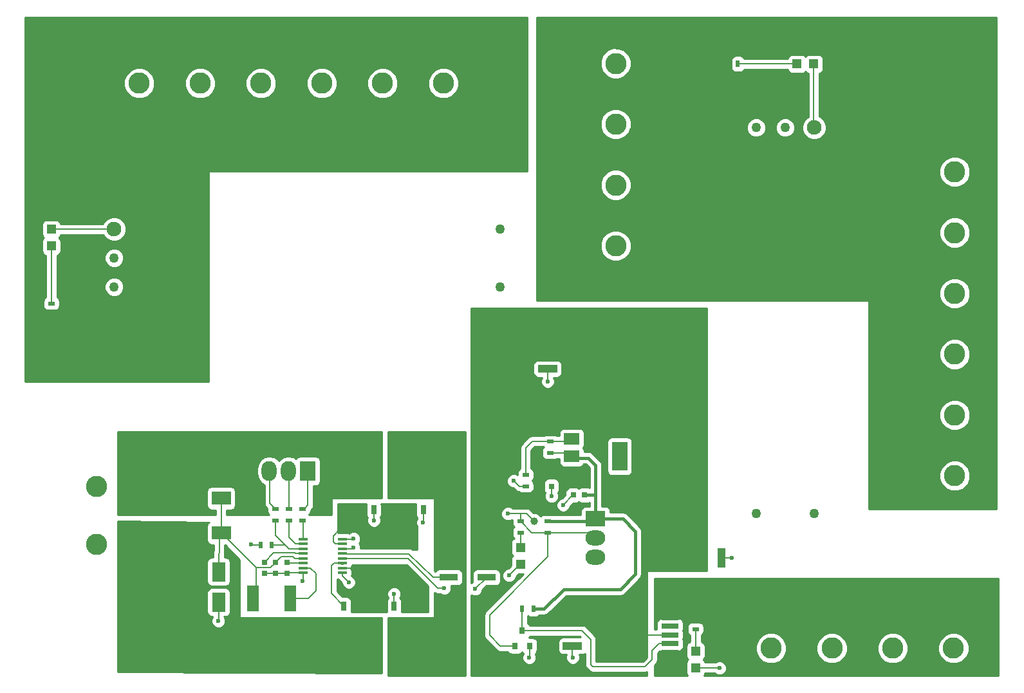
<source format=gbr>
G04 #@! TF.FileFunction,Copper,L1,Top,Signal*
%FSLAX46Y46*%
G04 Gerber Fmt 4.6, Leading zero omitted, Abs format (unit mm)*
G04 Created by KiCad (PCBNEW 4.0.6) date Sunday, 01 October 2017 'PMt' 13:45:36*
%MOMM*%
%LPD*%
G01*
G04 APERTURE LIST*
%ADD10C,0.100000*%
%ADD11R,2.200000X0.800000*%
%ADD12R,6.400000X5.800000*%
%ADD13R,3.050000X2.750000*%
%ADD14R,2.600000X2.000000*%
%ADD15O,2.600000X2.000000*%
%ADD16R,2.000000X3.800000*%
%ADD17R,2.000000X1.500000*%
%ADD18C,1.270000*%
%ADD19C,1.930000*%
%ADD20R,1.200000X0.400000*%
%ADD21C,1.000000*%
%ADD22R,0.900000X0.500000*%
%ADD23R,0.500000X0.900000*%
%ADD24R,2.440000X5.600000*%
%ADD25R,2.440000X0.890000*%
%ADD26R,0.800000X0.900000*%
%ADD27R,0.900000X0.600000*%
%ADD28R,0.600000X0.900000*%
%ADD29R,0.700000X1.150000*%
%ADD30R,4.700000X1.550000*%
%ADD31R,4.200000X3.300000*%
%ADD32R,2.800000X2.800000*%
%ADD33C,2.800000*%
%ADD34R,2.000000X2.600000*%
%ADD35O,2.000000X2.600000*%
%ADD36R,1.200000X1.200000*%
%ADD37R,1.800000X2.500000*%
%ADD38R,2.500000X1.800000*%
%ADD39R,0.800000X0.750000*%
%ADD40R,2.500000X1.000000*%
%ADD41R,0.750000X0.800000*%
%ADD42R,1.000000X2.500000*%
%ADD43R,1.600000X3.500000*%
%ADD44C,0.600000*%
%ADD45C,0.200000*%
%ADD46C,0.400000*%
%ADD47C,0.254000*%
G04 APERTURE END LIST*
D10*
D11*
X165965400Y-145215400D03*
X165965400Y-144075400D03*
X165965400Y-142935400D03*
X165965400Y-141795400D03*
X165965400Y-140655400D03*
D12*
X159665400Y-142935400D03*
D13*
X157990400Y-141410400D03*
X161340400Y-144460400D03*
X157990400Y-144460400D03*
X161340400Y-141410400D03*
D14*
X156173300Y-127647300D03*
D15*
X156173300Y-130187300D03*
X156173300Y-132727300D03*
D16*
X159323300Y-119447300D03*
D17*
X153023300Y-119447300D03*
X153023300Y-121747300D03*
X153023300Y-117147300D03*
D18*
X169672000Y-127000000D03*
X177292000Y-127000000D03*
X184912000Y-127000000D03*
X173482000Y-76200000D03*
X177292000Y-76200000D03*
X181102000Y-76200000D03*
D19*
X169672000Y-76200000D03*
X184912000Y-76200000D03*
D20*
X117669000Y-130340100D03*
X117669000Y-130975100D03*
X117669000Y-131610100D03*
X117669000Y-132245100D03*
X117669000Y-132880100D03*
X117669000Y-133515100D03*
X117669000Y-134150100D03*
X117669000Y-134785100D03*
X122869000Y-134785100D03*
X122869000Y-134150100D03*
X122869000Y-133515100D03*
X122869000Y-132880100D03*
X122869000Y-132245100D03*
X122869000Y-131610100D03*
X122869000Y-130975100D03*
X122869000Y-130340100D03*
D18*
X143637000Y-104775000D03*
X143637000Y-97155000D03*
X143637000Y-89535000D03*
X92837000Y-100965000D03*
X92837000Y-97155000D03*
X92837000Y-93345000D03*
D19*
X92837000Y-104775000D03*
X92837000Y-89535000D03*
D21*
X148082000Y-128016000D03*
X169329100Y-138430000D03*
X169672000Y-67818000D03*
X84582000Y-104775000D03*
D22*
X149873300Y-129497300D03*
X149873300Y-127997300D03*
X146973300Y-121897300D03*
X146973300Y-123397300D03*
X150173300Y-118997300D03*
X150173300Y-117497300D03*
D23*
X147968400Y-139509500D03*
X146468400Y-139509500D03*
D24*
X141809000Y-131242600D03*
D25*
X141809000Y-135377600D03*
D24*
X136849000Y-131242600D03*
D25*
X136849000Y-135377600D03*
D22*
X117579000Y-126382600D03*
X117579000Y-127882600D03*
D23*
X113579000Y-131132600D03*
X112079000Y-131132600D03*
D22*
X115829000Y-126382600D03*
X115829000Y-127882600D03*
X114079000Y-126382600D03*
X114079000Y-127882600D03*
X146273300Y-127997300D03*
X146273300Y-129497300D03*
X169329100Y-140664500D03*
X169329100Y-142164500D03*
D23*
X173367000Y-67818000D03*
X174867000Y-67818000D03*
D22*
X84582000Y-100826000D03*
X84582000Y-99326000D03*
D26*
X145569900Y-144408400D03*
X147469900Y-144408400D03*
X146519900Y-142408400D03*
D27*
X132722000Y-142171000D03*
X132722000Y-141321000D03*
X132722000Y-143021000D03*
X130422000Y-142171000D03*
X130422000Y-141321000D03*
X130422000Y-143021000D03*
X131572000Y-143021000D03*
X131572000Y-141321000D03*
D28*
X133452000Y-144871000D03*
X129692000Y-144871000D03*
X132172000Y-144871000D03*
D29*
X132212000Y-139151000D03*
X133482000Y-139151000D03*
X130932000Y-139151000D03*
D30*
X131572000Y-144621000D03*
D31*
X131572000Y-142421000D03*
D29*
X129662000Y-139151000D03*
D28*
X130972000Y-144871000D03*
D27*
X131572000Y-142171000D03*
X126118000Y-142171000D03*
X126118000Y-141321000D03*
X126118000Y-143021000D03*
X123818000Y-142171000D03*
X123818000Y-141321000D03*
X123818000Y-143021000D03*
X124968000Y-143021000D03*
X124968000Y-141321000D03*
D28*
X126848000Y-144871000D03*
X123088000Y-144871000D03*
X125568000Y-144871000D03*
D29*
X125608000Y-139151000D03*
X126878000Y-139151000D03*
X124328000Y-139151000D03*
D30*
X124968000Y-144621000D03*
D31*
X124968000Y-142421000D03*
D29*
X123058000Y-139151000D03*
D28*
X124368000Y-144871000D03*
D27*
X124968000Y-142171000D03*
X130429000Y-123447600D03*
X130429000Y-124297600D03*
X130429000Y-122597600D03*
X132729000Y-123447600D03*
X132729000Y-124297600D03*
X132729000Y-122597600D03*
X131579000Y-122597600D03*
X131579000Y-124297600D03*
D28*
X129699000Y-120747600D03*
X133459000Y-120747600D03*
X130979000Y-120747600D03*
D29*
X130939000Y-126467600D03*
X129669000Y-126467600D03*
X132219000Y-126467600D03*
D30*
X131579000Y-120997600D03*
D31*
X131579000Y-123197600D03*
D29*
X133489000Y-126467600D03*
D28*
X132179000Y-120747600D03*
D27*
X131579000Y-123447600D03*
X123929000Y-123447600D03*
X123929000Y-124297600D03*
X123929000Y-122597600D03*
X126229000Y-123447600D03*
X126229000Y-124297600D03*
X126229000Y-122597600D03*
X125079000Y-122597600D03*
X125079000Y-124297600D03*
D28*
X123199000Y-120747600D03*
X126959000Y-120747600D03*
X124479000Y-120747600D03*
D29*
X124439000Y-126467600D03*
X123169000Y-126467600D03*
X125719000Y-126467600D03*
D30*
X125079000Y-120997600D03*
D31*
X125079000Y-123197600D03*
D29*
X126989000Y-126467600D03*
D28*
X125679000Y-120747600D03*
D27*
X125079000Y-123447600D03*
D32*
X96012000Y-131064000D03*
D33*
X90512000Y-131064000D03*
D32*
X96012000Y-123444000D03*
D33*
X90512000Y-123444000D03*
D32*
X96144000Y-75850000D03*
D33*
X96144000Y-70350000D03*
D32*
X104144000Y-75850000D03*
D33*
X104144000Y-70350000D03*
D32*
X112144000Y-75850000D03*
D33*
X112144000Y-70350000D03*
D32*
X120144000Y-75850000D03*
D33*
X120144000Y-70350000D03*
D32*
X128144000Y-75850000D03*
D33*
X128144000Y-70350000D03*
D32*
X136144000Y-75850000D03*
D33*
X136144000Y-70350000D03*
D32*
X203251000Y-139192000D03*
D33*
X203251000Y-144692000D03*
D32*
X195251000Y-139192000D03*
D33*
X195251000Y-144692000D03*
D32*
X187251000Y-139192000D03*
D33*
X187251000Y-144692000D03*
D32*
X179251000Y-139192000D03*
D33*
X179251000Y-144692000D03*
D32*
X153309000Y-67745000D03*
D33*
X158809000Y-67745000D03*
D32*
X153309000Y-75745000D03*
D33*
X158809000Y-75745000D03*
D32*
X153309000Y-83745000D03*
D33*
X158809000Y-83745000D03*
D32*
X153309000Y-91745000D03*
D33*
X158809000Y-91745000D03*
D32*
X197902000Y-82010000D03*
D33*
X203402000Y-82010000D03*
D32*
X197902000Y-90010000D03*
D33*
X203402000Y-90010000D03*
D32*
X197902000Y-98010000D03*
D33*
X203402000Y-98010000D03*
D32*
X197902000Y-106010000D03*
D33*
X203402000Y-106010000D03*
D32*
X197902000Y-114010000D03*
D33*
X203402000Y-114010000D03*
D32*
X197902000Y-122010000D03*
D33*
X203402000Y-122010000D03*
D34*
X118329000Y-121382600D03*
D35*
X115789000Y-121382600D03*
X113249000Y-121382600D03*
D36*
X146273300Y-131447300D03*
X146273300Y-133647300D03*
D37*
X106579000Y-134632600D03*
X106579000Y-138632600D03*
D38*
X106902000Y-124968000D03*
X102902000Y-124968000D03*
D36*
X169329100Y-145064300D03*
X169329100Y-147264300D03*
D38*
X106902000Y-129540000D03*
X102902000Y-129540000D03*
D36*
X182669000Y-67818000D03*
X184869000Y-67818000D03*
X84582000Y-91778000D03*
X84582000Y-89578000D03*
D39*
X153223300Y-124547300D03*
X154723300Y-124547300D03*
D40*
X153123900Y-141400400D03*
X153123900Y-144400400D03*
D41*
X150373300Y-123397300D03*
X150373300Y-121897300D03*
D42*
X169696000Y-132842000D03*
X172696000Y-132842000D03*
D40*
X149860000Y-104926000D03*
X149860000Y-107926000D03*
D41*
X115579000Y-133382600D03*
X115579000Y-134882600D03*
X114079000Y-133382600D03*
X114079000Y-134882600D03*
X112579000Y-133382600D03*
X112579000Y-134882600D03*
D43*
X111098000Y-138176000D03*
X115978000Y-138176000D03*
D44*
X145415000Y-122682000D03*
X151892000Y-125857000D03*
X150368000Y-124714000D03*
X106553000Y-141097000D03*
X117602000Y-135890000D03*
X149860000Y-109601000D03*
X144780000Y-135128000D03*
X174117000Y-132842000D03*
X153162000Y-145923000D03*
X147447000Y-145923000D03*
X172466000Y-147320000D03*
X110871000Y-131064000D03*
X127000000Y-127889000D03*
X124333000Y-130302000D03*
X133477000Y-128143000D03*
X124333000Y-131445000D03*
X129667000Y-137541000D03*
X123698000Y-136017000D03*
X144653000Y-127000000D03*
X140335000Y-136906000D03*
X136271000Y-136779000D03*
D45*
X117669000Y-132245100D02*
X116691500Y-132245100D01*
X113829000Y-132132600D02*
X112579000Y-133382600D01*
X116579000Y-132132600D02*
X113829000Y-132132600D01*
X116691500Y-132245100D02*
X116579000Y-132132600D01*
X117556500Y-132132600D02*
X117669000Y-132245100D01*
X84582000Y-89578000D02*
X92794000Y-89578000D01*
X92794000Y-89578000D02*
X92837000Y-89535000D01*
X146973300Y-123397300D02*
X146130300Y-123397300D01*
X146130300Y-123397300D02*
X145415000Y-122682000D01*
X184869000Y-67818000D02*
X184869000Y-76157000D01*
X184869000Y-76157000D02*
X184912000Y-76200000D01*
X153201700Y-124547300D02*
X151892000Y-125857000D01*
X153223300Y-124547300D02*
X153201700Y-124547300D01*
X150373300Y-123397300D02*
X150373300Y-124708700D01*
X150373300Y-124708700D02*
X150368000Y-124714000D01*
X106579000Y-138632600D02*
X106579000Y-141071000D01*
X106579000Y-141071000D02*
X106553000Y-141097000D01*
X112579000Y-134882600D02*
X114079000Y-134882600D01*
X114079000Y-134882600D02*
X115579000Y-134882600D01*
X115579000Y-134882600D02*
X115676500Y-134785100D01*
X115676500Y-134785100D02*
X117669000Y-134785100D01*
X117669000Y-134785100D02*
X117669000Y-135823000D01*
X117669000Y-135823000D02*
X117602000Y-135890000D01*
X149860000Y-107926000D02*
X149860000Y-109601000D01*
X146273300Y-133647300D02*
X146260700Y-133647300D01*
X146260700Y-133647300D02*
X144780000Y-135128000D01*
X172696000Y-132842000D02*
X174117000Y-132842000D01*
X153123900Y-144400400D02*
X153123900Y-145884900D01*
X153123900Y-145884900D02*
X153162000Y-145923000D01*
X147469900Y-144408400D02*
X147469900Y-145900100D01*
X147469900Y-145900100D02*
X147447000Y-145923000D01*
X169329100Y-147264300D02*
X172410300Y-147264300D01*
X172410300Y-147264300D02*
X172466000Y-147320000D01*
X112079000Y-131132600D02*
X110939600Y-131132600D01*
X110939600Y-131132600D02*
X110871000Y-131064000D01*
X111474000Y-134112000D02*
X111474000Y-137800000D01*
X111474000Y-137800000D02*
X111098000Y-138176000D01*
X114079000Y-133382600D02*
X114079000Y-133444000D01*
X114079000Y-133444000D02*
X113411000Y-134112000D01*
X111474000Y-134112000D02*
X106902000Y-129540000D01*
X113411000Y-134112000D02*
X111474000Y-134112000D01*
X106902000Y-129540000D02*
X107102000Y-129540000D01*
X106902000Y-124968000D02*
X106902000Y-129540000D01*
X106579000Y-134632600D02*
X106652000Y-129790000D01*
X106652000Y-129790000D02*
X106902000Y-129540000D01*
X117669000Y-132880100D02*
X116576500Y-132880100D01*
X114829000Y-132632600D02*
X114079000Y-133382600D01*
X116329000Y-132632600D02*
X114829000Y-132632600D01*
X116576500Y-132880100D02*
X116329000Y-132632600D01*
X114079000Y-133132600D02*
X114079000Y-133382600D01*
X117669000Y-133515100D02*
X115711500Y-133515100D01*
X115711500Y-133515100D02*
X115579000Y-133382600D01*
X165965400Y-142935400D02*
X159665400Y-142935400D01*
X150373300Y-121897300D02*
X150523300Y-121747300D01*
X150523300Y-121747300D02*
X153023300Y-121747300D01*
D46*
X147968400Y-139509500D02*
X149390100Y-139509500D01*
X159752900Y-127647300D02*
X156173300Y-127647300D01*
X161417000Y-129311400D02*
X159752900Y-127647300D01*
X161417000Y-134950200D02*
X161417000Y-129311400D01*
X159435800Y-136931400D02*
X161417000Y-134950200D01*
X151968200Y-136931400D02*
X159435800Y-136931400D01*
X149390100Y-139509500D02*
X151968200Y-136931400D01*
X156173300Y-127647300D02*
X155823300Y-127997300D01*
X155823300Y-127997300D02*
X149873300Y-127997300D01*
X154723300Y-124547300D02*
X156173300Y-124547300D01*
X156173300Y-124547300D02*
X156173300Y-124447300D01*
X156173300Y-127647300D02*
X156173300Y-125047300D01*
X156173300Y-125047300D02*
X156173300Y-124447300D01*
X156173300Y-124447300D02*
X156173300Y-121647300D01*
X155173300Y-119647300D02*
X153223300Y-119647300D01*
X156173300Y-120647300D02*
X155173300Y-119647300D01*
X156173300Y-121647300D02*
X156173300Y-120647300D01*
X153223300Y-119647300D02*
X153023300Y-119447300D01*
D45*
X153023300Y-119447300D02*
X152573300Y-118997300D01*
X152573300Y-118997300D02*
X150173300Y-118997300D01*
X84582000Y-99326000D02*
X84582000Y-91778000D01*
X174867000Y-67818000D02*
X182669000Y-67818000D01*
X169329100Y-145064300D02*
X169329100Y-142164500D01*
X146273300Y-131447300D02*
X146273300Y-129497300D01*
X117579000Y-126382600D02*
X117829000Y-126382600D01*
X117829000Y-126382600D02*
X118329000Y-125882600D01*
X118329000Y-125882600D02*
X118329000Y-121382600D01*
X115829000Y-126382600D02*
X115829000Y-121422600D01*
X115829000Y-121422600D02*
X115789000Y-121382600D01*
X114079000Y-126382600D02*
X113329000Y-125632600D01*
X113329000Y-125632600D02*
X113329000Y-121462600D01*
X113329000Y-121462600D02*
X113249000Y-121382600D01*
X84582000Y-100826000D02*
X84582000Y-104775000D01*
X117669000Y-134150100D02*
X118656100Y-134150100D01*
X118364000Y-138176000D02*
X115978000Y-138176000D01*
X119380000Y-137160000D02*
X118364000Y-138176000D01*
X119380000Y-134874000D02*
X119380000Y-137160000D01*
X118656100Y-134150100D02*
X119380000Y-134874000D01*
X117669000Y-134150100D02*
X117686500Y-134132600D01*
X122869000Y-130975100D02*
X121958100Y-130975100D01*
X122555000Y-129032000D02*
X122555000Y-128905000D01*
X121666000Y-129921000D02*
X122555000Y-129032000D01*
X121666000Y-130683000D02*
X121666000Y-129921000D01*
X121958100Y-130975100D02*
X121666000Y-130683000D01*
X122869000Y-130340100D02*
X124294900Y-130340100D01*
X126989000Y-127878000D02*
X126989000Y-126467600D01*
X127000000Y-127889000D02*
X126989000Y-127878000D01*
X124294900Y-130340100D02*
X124333000Y-130302000D01*
X126989000Y-126467600D02*
X126829000Y-126627600D01*
X122911500Y-130382600D02*
X122869000Y-130340100D01*
X122869000Y-131610100D02*
X124167900Y-131610100D01*
X133489000Y-128131000D02*
X133489000Y-126467600D01*
X133477000Y-128143000D02*
X133489000Y-128131000D01*
X124167900Y-131610100D02*
X124333000Y-131445000D01*
X133489000Y-126467600D02*
X133329000Y-126627600D01*
X122891500Y-131632600D02*
X122869000Y-131610100D01*
X122869000Y-134150100D02*
X124421900Y-134150100D01*
X124460000Y-134188200D02*
X124460000Y-134239000D01*
X124421900Y-134150100D02*
X124460000Y-134188200D01*
X122869000Y-133515100D02*
X121754900Y-133515100D01*
X121412000Y-137505000D02*
X123058000Y-139151000D01*
X121412000Y-133858000D02*
X121412000Y-137505000D01*
X121754900Y-133515100D02*
X121412000Y-133858000D01*
X123058000Y-139151000D02*
X122968000Y-139061000D01*
X122751500Y-133632600D02*
X122869000Y-133515100D01*
X122986500Y-133632600D02*
X122869000Y-133515100D01*
X129662000Y-137546000D02*
X129662000Y-139151000D01*
X129667000Y-137541000D02*
X129662000Y-137546000D01*
X122869000Y-135188000D02*
X123698000Y-136017000D01*
X122869000Y-134785100D02*
X122869000Y-135188000D01*
X129662000Y-139151000D02*
X129572000Y-139061000D01*
X122966500Y-134882600D02*
X122869000Y-134785100D01*
X146304000Y-127000000D02*
X144653000Y-127000000D01*
X146304000Y-127000000D02*
X147066000Y-127000000D01*
X146177000Y-127000000D02*
X146304000Y-127000000D01*
X147066000Y-127000000D02*
X148082000Y-128016000D01*
X146273300Y-127000000D02*
X146177000Y-127000000D01*
X145569900Y-144408400D02*
X143646400Y-144408400D01*
X149873300Y-132676300D02*
X149873300Y-129497300D01*
X142214600Y-140335000D02*
X149873300Y-132676300D01*
X142214600Y-142976600D02*
X142214600Y-140335000D01*
X143646400Y-144408400D02*
X142214600Y-142976600D01*
X146273300Y-127997300D02*
X146273300Y-127000000D01*
X146273300Y-127997300D02*
X147773300Y-129497300D01*
X147773300Y-129497300D02*
X149873300Y-129497300D01*
X156173300Y-130187300D02*
X155483300Y-129497300D01*
X155483300Y-129497300D02*
X149873300Y-129497300D01*
X146519900Y-139624500D02*
X146520600Y-139623800D01*
X146519900Y-142408400D02*
X146519900Y-139624500D01*
X164534600Y-144075400D02*
X165965400Y-144075400D01*
X163601400Y-145008600D02*
X164534600Y-144075400D01*
X163601400Y-146227800D02*
X163601400Y-145008600D01*
X162687000Y-147142200D02*
X163601400Y-146227800D01*
X155778200Y-147142200D02*
X162687000Y-147142200D01*
X155524200Y-146888200D02*
X155778200Y-147142200D01*
X155524200Y-143535400D02*
X155524200Y-146888200D01*
X154397200Y-142408400D02*
X155524200Y-143535400D01*
X146519900Y-142408400D02*
X154397200Y-142408400D01*
X115829000Y-131610100D02*
X115351500Y-131132600D01*
X115351500Y-131132600D02*
X113579000Y-131132600D01*
X117669000Y-131610100D02*
X115829000Y-131610100D01*
X115829000Y-131610100D02*
X115806500Y-131610100D01*
X114079000Y-129882600D02*
X114079000Y-127882600D01*
X115806500Y-131610100D02*
X114079000Y-129882600D01*
X117669000Y-130975100D02*
X116671500Y-130975100D01*
X115829000Y-130132600D02*
X115829000Y-127882600D01*
X116671500Y-130975100D02*
X115829000Y-130132600D01*
X117669000Y-130340100D02*
X117669000Y-127972600D01*
X117669000Y-127972600D02*
X117579000Y-127882600D01*
X122869000Y-132880100D02*
X131483100Y-132880100D01*
X140335000Y-136906000D02*
X141809000Y-135432000D01*
X135382000Y-136779000D02*
X136271000Y-136779000D01*
X131483100Y-132880100D02*
X135382000Y-136779000D01*
X141809000Y-135432000D02*
X141809000Y-135377600D01*
X141736400Y-135377600D02*
X141809000Y-135377600D01*
X122869000Y-132880100D02*
X122871500Y-132882600D01*
X122869000Y-132245100D02*
X122981500Y-132259600D01*
X122981500Y-132259600D02*
X131579000Y-132259600D01*
X131579000Y-132259600D02*
X134829000Y-135382600D01*
X134829000Y-135382600D02*
X136844000Y-135382600D01*
X136844000Y-135382600D02*
X136849000Y-135377600D01*
X146973300Y-121897300D02*
X146973300Y-118347300D01*
X147873300Y-117447300D02*
X150123300Y-117447300D01*
X146973300Y-118347300D02*
X147873300Y-117447300D01*
X150123300Y-117447300D02*
X150173300Y-117497300D01*
X153023300Y-117147300D02*
X152673300Y-117497300D01*
X152673300Y-117497300D02*
X150173300Y-117497300D01*
D47*
G36*
X209169000Y-148290000D02*
X170406772Y-148290000D01*
X170525531Y-148116190D01*
X170549202Y-147999300D01*
X171822978Y-147999300D01*
X171935673Y-148112192D01*
X172279201Y-148254838D01*
X172651167Y-148255162D01*
X172994943Y-148113117D01*
X173258192Y-147850327D01*
X173400838Y-147506799D01*
X173401162Y-147134833D01*
X173259117Y-146791057D01*
X172996327Y-146527808D01*
X172652799Y-146385162D01*
X172280833Y-146384838D01*
X171937057Y-146526883D01*
X171934636Y-146529300D01*
X170551138Y-146529300D01*
X170532262Y-146428983D01*
X170393190Y-146212859D01*
X170323389Y-146165166D01*
X170380541Y-146128390D01*
X170525531Y-145916190D01*
X170576540Y-145664300D01*
X170576540Y-145095011D01*
X177215648Y-145095011D01*
X177524805Y-145843229D01*
X178096760Y-146416183D01*
X178844438Y-146726646D01*
X179654011Y-146727352D01*
X180402229Y-146418195D01*
X180975183Y-145846240D01*
X181285646Y-145098562D01*
X181285649Y-145095011D01*
X185215648Y-145095011D01*
X185524805Y-145843229D01*
X186096760Y-146416183D01*
X186844438Y-146726646D01*
X187654011Y-146727352D01*
X188402229Y-146418195D01*
X188975183Y-145846240D01*
X189285646Y-145098562D01*
X189285649Y-145095011D01*
X193215648Y-145095011D01*
X193524805Y-145843229D01*
X194096760Y-146416183D01*
X194844438Y-146726646D01*
X195654011Y-146727352D01*
X196402229Y-146418195D01*
X196975183Y-145846240D01*
X197285646Y-145098562D01*
X197285649Y-145095011D01*
X201215648Y-145095011D01*
X201524805Y-145843229D01*
X202096760Y-146416183D01*
X202844438Y-146726646D01*
X203654011Y-146727352D01*
X204402229Y-146418195D01*
X204975183Y-145846240D01*
X205285646Y-145098562D01*
X205286352Y-144288989D01*
X204977195Y-143540771D01*
X204405240Y-142967817D01*
X203657562Y-142657354D01*
X202847989Y-142656648D01*
X202099771Y-142965805D01*
X201526817Y-143537760D01*
X201216354Y-144285438D01*
X201215648Y-145095011D01*
X197285649Y-145095011D01*
X197286352Y-144288989D01*
X196977195Y-143540771D01*
X196405240Y-142967817D01*
X195657562Y-142657354D01*
X194847989Y-142656648D01*
X194099771Y-142965805D01*
X193526817Y-143537760D01*
X193216354Y-144285438D01*
X193215648Y-145095011D01*
X189285649Y-145095011D01*
X189286352Y-144288989D01*
X188977195Y-143540771D01*
X188405240Y-142967817D01*
X187657562Y-142657354D01*
X186847989Y-142656648D01*
X186099771Y-142965805D01*
X185526817Y-143537760D01*
X185216354Y-144285438D01*
X185215648Y-145095011D01*
X181285649Y-145095011D01*
X181286352Y-144288989D01*
X180977195Y-143540771D01*
X180405240Y-142967817D01*
X179657562Y-142657354D01*
X178847989Y-142656648D01*
X178099771Y-142965805D01*
X177526817Y-143537760D01*
X177216354Y-144285438D01*
X177215648Y-145095011D01*
X170576540Y-145095011D01*
X170576540Y-144464300D01*
X170532262Y-144228983D01*
X170393190Y-144012859D01*
X170180990Y-143867869D01*
X170064100Y-143844198D01*
X170064100Y-142985692D01*
X170230541Y-142878590D01*
X170375531Y-142666390D01*
X170426540Y-142414500D01*
X170426540Y-141914500D01*
X170382262Y-141679183D01*
X170243190Y-141463059D01*
X170030990Y-141318069D01*
X169779100Y-141267060D01*
X168879100Y-141267060D01*
X168643783Y-141311338D01*
X168427659Y-141450410D01*
X168282669Y-141662610D01*
X168231660Y-141914500D01*
X168231660Y-142414500D01*
X168275938Y-142649817D01*
X168415010Y-142865941D01*
X168594100Y-142988308D01*
X168594100Y-143842262D01*
X168493783Y-143861138D01*
X168277659Y-144000210D01*
X168132669Y-144212410D01*
X168081660Y-144464300D01*
X168081660Y-145664300D01*
X168125938Y-145899617D01*
X168265010Y-146115741D01*
X168334811Y-146163434D01*
X168277659Y-146200210D01*
X168132669Y-146412410D01*
X168081660Y-146664300D01*
X168081660Y-147864300D01*
X168125938Y-148099617D01*
X168248446Y-148290000D01*
X163957000Y-148290000D01*
X163957000Y-146911647D01*
X164121124Y-146747523D01*
X164280451Y-146509072D01*
X164296382Y-146428983D01*
X164336400Y-146227800D01*
X164336400Y-145313046D01*
X164592186Y-145057261D01*
X164613510Y-145071831D01*
X164865400Y-145122840D01*
X167065400Y-145122840D01*
X167300717Y-145078562D01*
X167516841Y-144939490D01*
X167661831Y-144727290D01*
X167712840Y-144475400D01*
X167712840Y-143675400D01*
X167679678Y-143499159D01*
X167712840Y-143335400D01*
X167712840Y-142535400D01*
X167679678Y-142359159D01*
X167712840Y-142195400D01*
X167712840Y-141395400D01*
X167668562Y-141160083D01*
X167529490Y-140943959D01*
X167317290Y-140798969D01*
X167065400Y-140747960D01*
X164865400Y-140747960D01*
X164630083Y-140792238D01*
X164413959Y-140931310D01*
X164268969Y-141143510D01*
X164217960Y-141395400D01*
X164217960Y-142195400D01*
X164218901Y-142200400D01*
X163957000Y-142200400D01*
X163957000Y-135509000D01*
X209169000Y-135509000D01*
X209169000Y-148290000D01*
X209169000Y-148290000D01*
G37*
X209169000Y-148290000D02*
X170406772Y-148290000D01*
X170525531Y-148116190D01*
X170549202Y-147999300D01*
X171822978Y-147999300D01*
X171935673Y-148112192D01*
X172279201Y-148254838D01*
X172651167Y-148255162D01*
X172994943Y-148113117D01*
X173258192Y-147850327D01*
X173400838Y-147506799D01*
X173401162Y-147134833D01*
X173259117Y-146791057D01*
X172996327Y-146527808D01*
X172652799Y-146385162D01*
X172280833Y-146384838D01*
X171937057Y-146526883D01*
X171934636Y-146529300D01*
X170551138Y-146529300D01*
X170532262Y-146428983D01*
X170393190Y-146212859D01*
X170323389Y-146165166D01*
X170380541Y-146128390D01*
X170525531Y-145916190D01*
X170576540Y-145664300D01*
X170576540Y-145095011D01*
X177215648Y-145095011D01*
X177524805Y-145843229D01*
X178096760Y-146416183D01*
X178844438Y-146726646D01*
X179654011Y-146727352D01*
X180402229Y-146418195D01*
X180975183Y-145846240D01*
X181285646Y-145098562D01*
X181285649Y-145095011D01*
X185215648Y-145095011D01*
X185524805Y-145843229D01*
X186096760Y-146416183D01*
X186844438Y-146726646D01*
X187654011Y-146727352D01*
X188402229Y-146418195D01*
X188975183Y-145846240D01*
X189285646Y-145098562D01*
X189285649Y-145095011D01*
X193215648Y-145095011D01*
X193524805Y-145843229D01*
X194096760Y-146416183D01*
X194844438Y-146726646D01*
X195654011Y-146727352D01*
X196402229Y-146418195D01*
X196975183Y-145846240D01*
X197285646Y-145098562D01*
X197285649Y-145095011D01*
X201215648Y-145095011D01*
X201524805Y-145843229D01*
X202096760Y-146416183D01*
X202844438Y-146726646D01*
X203654011Y-146727352D01*
X204402229Y-146418195D01*
X204975183Y-145846240D01*
X205285646Y-145098562D01*
X205286352Y-144288989D01*
X204977195Y-143540771D01*
X204405240Y-142967817D01*
X203657562Y-142657354D01*
X202847989Y-142656648D01*
X202099771Y-142965805D01*
X201526817Y-143537760D01*
X201216354Y-144285438D01*
X201215648Y-145095011D01*
X197285649Y-145095011D01*
X197286352Y-144288989D01*
X196977195Y-143540771D01*
X196405240Y-142967817D01*
X195657562Y-142657354D01*
X194847989Y-142656648D01*
X194099771Y-142965805D01*
X193526817Y-143537760D01*
X193216354Y-144285438D01*
X193215648Y-145095011D01*
X189285649Y-145095011D01*
X189286352Y-144288989D01*
X188977195Y-143540771D01*
X188405240Y-142967817D01*
X187657562Y-142657354D01*
X186847989Y-142656648D01*
X186099771Y-142965805D01*
X185526817Y-143537760D01*
X185216354Y-144285438D01*
X185215648Y-145095011D01*
X181285649Y-145095011D01*
X181286352Y-144288989D01*
X180977195Y-143540771D01*
X180405240Y-142967817D01*
X179657562Y-142657354D01*
X178847989Y-142656648D01*
X178099771Y-142965805D01*
X177526817Y-143537760D01*
X177216354Y-144285438D01*
X177215648Y-145095011D01*
X170576540Y-145095011D01*
X170576540Y-144464300D01*
X170532262Y-144228983D01*
X170393190Y-144012859D01*
X170180990Y-143867869D01*
X170064100Y-143844198D01*
X170064100Y-142985692D01*
X170230541Y-142878590D01*
X170375531Y-142666390D01*
X170426540Y-142414500D01*
X170426540Y-141914500D01*
X170382262Y-141679183D01*
X170243190Y-141463059D01*
X170030990Y-141318069D01*
X169779100Y-141267060D01*
X168879100Y-141267060D01*
X168643783Y-141311338D01*
X168427659Y-141450410D01*
X168282669Y-141662610D01*
X168231660Y-141914500D01*
X168231660Y-142414500D01*
X168275938Y-142649817D01*
X168415010Y-142865941D01*
X168594100Y-142988308D01*
X168594100Y-143842262D01*
X168493783Y-143861138D01*
X168277659Y-144000210D01*
X168132669Y-144212410D01*
X168081660Y-144464300D01*
X168081660Y-145664300D01*
X168125938Y-145899617D01*
X168265010Y-146115741D01*
X168334811Y-146163434D01*
X168277659Y-146200210D01*
X168132669Y-146412410D01*
X168081660Y-146664300D01*
X168081660Y-147864300D01*
X168125938Y-148099617D01*
X168248446Y-148290000D01*
X163957000Y-148290000D01*
X163957000Y-146911647D01*
X164121124Y-146747523D01*
X164280451Y-146509072D01*
X164296382Y-146428983D01*
X164336400Y-146227800D01*
X164336400Y-145313046D01*
X164592186Y-145057261D01*
X164613510Y-145071831D01*
X164865400Y-145122840D01*
X167065400Y-145122840D01*
X167300717Y-145078562D01*
X167516841Y-144939490D01*
X167661831Y-144727290D01*
X167712840Y-144475400D01*
X167712840Y-143675400D01*
X167679678Y-143499159D01*
X167712840Y-143335400D01*
X167712840Y-142535400D01*
X167679678Y-142359159D01*
X167712840Y-142195400D01*
X167712840Y-141395400D01*
X167668562Y-141160083D01*
X167529490Y-140943959D01*
X167317290Y-140798969D01*
X167065400Y-140747960D01*
X164865400Y-140747960D01*
X164630083Y-140792238D01*
X164413959Y-140931310D01*
X164268969Y-141143510D01*
X164217960Y-141395400D01*
X164217960Y-142195400D01*
X164218901Y-142200400D01*
X163957000Y-142200400D01*
X163957000Y-135509000D01*
X209169000Y-135509000D01*
X209169000Y-148290000D01*
G36*
X170815000Y-134493000D02*
X163068000Y-134493000D01*
X163018590Y-134503006D01*
X162976965Y-134531447D01*
X162949685Y-134573841D01*
X162941000Y-134620000D01*
X162941000Y-144699415D01*
X162922349Y-144727328D01*
X162866400Y-145008600D01*
X162866400Y-145923353D01*
X162382554Y-146407200D01*
X156259200Y-146407200D01*
X156259200Y-143535400D01*
X156203251Y-143254128D01*
X156129265Y-143143400D01*
X156043924Y-143015677D01*
X154916923Y-141888677D01*
X154678472Y-141729349D01*
X154397200Y-141673400D01*
X147491092Y-141673400D01*
X147383990Y-141506959D01*
X147254900Y-141418756D01*
X147254900Y-140411344D01*
X147466510Y-140555931D01*
X147718400Y-140606940D01*
X148218400Y-140606940D01*
X148453717Y-140562662D01*
X148669841Y-140423590D01*
X148723881Y-140344500D01*
X149390100Y-140344500D01*
X149709641Y-140280939D01*
X149980534Y-140099934D01*
X152314068Y-137766400D01*
X159435800Y-137766400D01*
X159755341Y-137702839D01*
X160026234Y-137521834D01*
X162007434Y-135540634D01*
X162095207Y-135409272D01*
X162188439Y-135269741D01*
X162252000Y-134950200D01*
X162252000Y-129311400D01*
X162233029Y-129216028D01*
X162188440Y-128991860D01*
X162007434Y-128720966D01*
X160343334Y-127056866D01*
X160258228Y-127000000D01*
X160072441Y-126875861D01*
X159752900Y-126812300D01*
X158120740Y-126812300D01*
X158120740Y-126647300D01*
X158076462Y-126411983D01*
X157937390Y-126195859D01*
X157725190Y-126050869D01*
X157473300Y-125999860D01*
X157008300Y-125999860D01*
X157008300Y-120647300D01*
X156944740Y-120327760D01*
X156763734Y-120056866D01*
X155763734Y-119056866D01*
X155674587Y-118997300D01*
X155492841Y-118875861D01*
X155173300Y-118812300D01*
X154670740Y-118812300D01*
X154670740Y-118697300D01*
X154626462Y-118461983D01*
X154519541Y-118295823D01*
X154619731Y-118149190D01*
X154670740Y-117897300D01*
X154670740Y-117547300D01*
X157675860Y-117547300D01*
X157675860Y-121347300D01*
X157720138Y-121582617D01*
X157859210Y-121798741D01*
X158071410Y-121943731D01*
X158323300Y-121994740D01*
X160323300Y-121994740D01*
X160558617Y-121950462D01*
X160774741Y-121811390D01*
X160919731Y-121599190D01*
X160970740Y-121347300D01*
X160970740Y-117547300D01*
X160926462Y-117311983D01*
X160787390Y-117095859D01*
X160575190Y-116950869D01*
X160323300Y-116899860D01*
X158323300Y-116899860D01*
X158087983Y-116944138D01*
X157871859Y-117083210D01*
X157726869Y-117295410D01*
X157675860Y-117547300D01*
X154670740Y-117547300D01*
X154670740Y-116397300D01*
X154626462Y-116161983D01*
X154487390Y-115945859D01*
X154275190Y-115800869D01*
X154023300Y-115749860D01*
X152023300Y-115749860D01*
X151787983Y-115794138D01*
X151571859Y-115933210D01*
X151426869Y-116145410D01*
X151375860Y-116397300D01*
X151375860Y-116762300D01*
X151038275Y-116762300D01*
X150875190Y-116650869D01*
X150623300Y-116599860D01*
X149723300Y-116599860D01*
X149487983Y-116644138D01*
X149382056Y-116712300D01*
X147873300Y-116712300D01*
X147592028Y-116768249D01*
X147353576Y-116927577D01*
X146453577Y-117827577D01*
X146294249Y-118066028D01*
X146238300Y-118347300D01*
X146238300Y-121076108D01*
X146071859Y-121183210D01*
X145926869Y-121395410D01*
X145875860Y-121647300D01*
X145875860Y-121860963D01*
X145601799Y-121747162D01*
X145229833Y-121746838D01*
X144886057Y-121888883D01*
X144622808Y-122151673D01*
X144480162Y-122495201D01*
X144479838Y-122867167D01*
X144621883Y-123210943D01*
X144884673Y-123474192D01*
X145228201Y-123616838D01*
X145310463Y-123616910D01*
X145610577Y-123917024D01*
X145849028Y-124076351D01*
X146099301Y-124126134D01*
X146271410Y-124243731D01*
X146523300Y-124294740D01*
X147423300Y-124294740D01*
X147658617Y-124250462D01*
X147874741Y-124111390D01*
X148019731Y-123899190D01*
X148070740Y-123647300D01*
X148070740Y-123147300D01*
X148042516Y-122997300D01*
X149350860Y-122997300D01*
X149350860Y-123797300D01*
X149395138Y-124032617D01*
X149534210Y-124248741D01*
X149545567Y-124256501D01*
X149433162Y-124527201D01*
X149432838Y-124899167D01*
X149574883Y-125242943D01*
X149837673Y-125506192D01*
X150181201Y-125648838D01*
X150553167Y-125649162D01*
X150896943Y-125507117D01*
X151160192Y-125244327D01*
X151302838Y-124900799D01*
X151303162Y-124528833D01*
X151194145Y-124264991D01*
X151199741Y-124261390D01*
X151344731Y-124049190D01*
X151395740Y-123797300D01*
X151395740Y-122997300D01*
X151351462Y-122761983D01*
X151212390Y-122545859D01*
X151000190Y-122400869D01*
X150748300Y-122349860D01*
X149998300Y-122349860D01*
X149762983Y-122394138D01*
X149546859Y-122533210D01*
X149401869Y-122745410D01*
X149350860Y-122997300D01*
X148042516Y-122997300D01*
X148026462Y-122911983D01*
X147887390Y-122695859D01*
X147817589Y-122648166D01*
X147874741Y-122611390D01*
X148019731Y-122399190D01*
X148070740Y-122147300D01*
X148070740Y-121647300D01*
X148026462Y-121411983D01*
X147887390Y-121195859D01*
X147708300Y-121073492D01*
X147708300Y-118651746D01*
X148177747Y-118182300D01*
X149248631Y-118182300D01*
X149259210Y-118198741D01*
X149329011Y-118246434D01*
X149271859Y-118283210D01*
X149126869Y-118495410D01*
X149075860Y-118747300D01*
X149075860Y-119247300D01*
X149120138Y-119482617D01*
X149259210Y-119698741D01*
X149471410Y-119843731D01*
X149723300Y-119894740D01*
X150623300Y-119894740D01*
X150858617Y-119850462D01*
X151042246Y-119732300D01*
X151375860Y-119732300D01*
X151375860Y-120197300D01*
X151420138Y-120432617D01*
X151559210Y-120648741D01*
X151771410Y-120793731D01*
X152023300Y-120844740D01*
X154023300Y-120844740D01*
X154258617Y-120800462D01*
X154474741Y-120661390D01*
X154597108Y-120482300D01*
X154827432Y-120482300D01*
X155338300Y-120993168D01*
X155338300Y-123568399D01*
X155123300Y-123524860D01*
X154323300Y-123524860D01*
X154087983Y-123569138D01*
X153973322Y-123642920D01*
X153875190Y-123575869D01*
X153623300Y-123524860D01*
X152823300Y-123524860D01*
X152587983Y-123569138D01*
X152371859Y-123708210D01*
X152226869Y-123920410D01*
X152175860Y-124172300D01*
X152175860Y-124533693D01*
X151787645Y-124921908D01*
X151706833Y-124921838D01*
X151363057Y-125063883D01*
X151099808Y-125326673D01*
X150957162Y-125670201D01*
X150956838Y-126042167D01*
X151098883Y-126385943D01*
X151361673Y-126649192D01*
X151705201Y-126791838D01*
X152077167Y-126792162D01*
X152420943Y-126650117D01*
X152684192Y-126387327D01*
X152826838Y-126043799D01*
X152826910Y-125961537D01*
X153218707Y-125569740D01*
X153623300Y-125569740D01*
X153858617Y-125525462D01*
X153973278Y-125451680D01*
X154071410Y-125518731D01*
X154323300Y-125569740D01*
X155123300Y-125569740D01*
X155338300Y-125529285D01*
X155338300Y-125999860D01*
X154873300Y-125999860D01*
X154637983Y-126044138D01*
X154421859Y-126183210D01*
X154276869Y-126395410D01*
X154225860Y-126647300D01*
X154225860Y-127162300D01*
X150591920Y-127162300D01*
X150575190Y-127150869D01*
X150323300Y-127099860D01*
X149423300Y-127099860D01*
X149187983Y-127144138D01*
X148971859Y-127283210D01*
X148964692Y-127293699D01*
X148725765Y-127054355D01*
X148308756Y-126881197D01*
X147986362Y-126880916D01*
X147585723Y-126480277D01*
X147347272Y-126320949D01*
X147066000Y-126265000D01*
X145240419Y-126265000D01*
X145183327Y-126207808D01*
X144839799Y-126065162D01*
X144467833Y-126064838D01*
X144124057Y-126206883D01*
X143860808Y-126469673D01*
X143718162Y-126813201D01*
X143717838Y-127185167D01*
X143859883Y-127528943D01*
X144122673Y-127792192D01*
X144466201Y-127934838D01*
X144838167Y-127935162D01*
X145175860Y-127795630D01*
X145175860Y-128247300D01*
X145220138Y-128482617D01*
X145359210Y-128698741D01*
X145429011Y-128746434D01*
X145371859Y-128783210D01*
X145226869Y-128995410D01*
X145175860Y-129247300D01*
X145175860Y-129747300D01*
X145220138Y-129982617D01*
X145359210Y-130198741D01*
X145431632Y-130248225D01*
X145221859Y-130383210D01*
X145076869Y-130595410D01*
X145025860Y-130847300D01*
X145025860Y-132047300D01*
X145070138Y-132282617D01*
X145209210Y-132498741D01*
X145279011Y-132546434D01*
X145221859Y-132583210D01*
X145076869Y-132795410D01*
X145025860Y-133047300D01*
X145025860Y-133842694D01*
X144675646Y-134192908D01*
X144594833Y-134192838D01*
X144251057Y-134334883D01*
X143987808Y-134597673D01*
X143845162Y-134941201D01*
X143844838Y-135313167D01*
X143986883Y-135656943D01*
X144249673Y-135920192D01*
X144593201Y-136062838D01*
X144965167Y-136063162D01*
X145308943Y-135921117D01*
X145572192Y-135658327D01*
X145714838Y-135314799D01*
X145714910Y-135232536D01*
X146052706Y-134894740D01*
X146615413Y-134894740D01*
X141694877Y-139815277D01*
X141535549Y-140053728D01*
X141479600Y-140335000D01*
X141479600Y-142976600D01*
X141506193Y-143110290D01*
X141535549Y-143257872D01*
X141694877Y-143496323D01*
X143126677Y-144928123D01*
X143365128Y-145087451D01*
X143646400Y-145143400D01*
X144598708Y-145143400D01*
X144705810Y-145309841D01*
X144918010Y-145454831D01*
X145169900Y-145505840D01*
X145969900Y-145505840D01*
X146205217Y-145461562D01*
X146421341Y-145322490D01*
X146520533Y-145177317D01*
X146605810Y-145309841D01*
X146684158Y-145363374D01*
X146654808Y-145392673D01*
X146512162Y-145736201D01*
X146511838Y-146108167D01*
X146653883Y-146451943D01*
X146916673Y-146715192D01*
X147260201Y-146857838D01*
X147632167Y-146858162D01*
X147975943Y-146716117D01*
X148239192Y-146453327D01*
X148381838Y-146109799D01*
X148382162Y-145737833D01*
X148240117Y-145394057D01*
X148228386Y-145382305D01*
X148321341Y-145322490D01*
X148466331Y-145110290D01*
X148517340Y-144858400D01*
X148517340Y-143958400D01*
X148473062Y-143723083D01*
X148333990Y-143506959D01*
X148121790Y-143361969D01*
X147869900Y-143310960D01*
X147379219Y-143310960D01*
X147493708Y-143143400D01*
X154092754Y-143143400D01*
X154202314Y-143252960D01*
X151873900Y-143252960D01*
X151638583Y-143297238D01*
X151422459Y-143436310D01*
X151277469Y-143648510D01*
X151226460Y-143900400D01*
X151226460Y-144900400D01*
X151270738Y-145135717D01*
X151409810Y-145351841D01*
X151622010Y-145496831D01*
X151873900Y-145547840D01*
X152305377Y-145547840D01*
X152227162Y-145736201D01*
X152226838Y-146108167D01*
X152368883Y-146451943D01*
X152631673Y-146715192D01*
X152975201Y-146857838D01*
X153347167Y-146858162D01*
X153690943Y-146716117D01*
X153954192Y-146453327D01*
X154096838Y-146109799D01*
X154097162Y-145737833D01*
X154018659Y-145547840D01*
X154373900Y-145547840D01*
X154609217Y-145503562D01*
X154789200Y-145387746D01*
X154789200Y-146888200D01*
X154808063Y-146983028D01*
X154845149Y-147169472D01*
X155004477Y-147407923D01*
X155258476Y-147661923D01*
X155441212Y-147784023D01*
X155496928Y-147821251D01*
X155778200Y-147877200D01*
X162687000Y-147877200D01*
X162941000Y-147826676D01*
X162941000Y-148290000D01*
X139827000Y-148290000D01*
X139827000Y-137707463D01*
X140148201Y-137840838D01*
X140520167Y-137841162D01*
X140863943Y-137699117D01*
X141127192Y-137436327D01*
X141269838Y-137092799D01*
X141269910Y-137010537D01*
X141810407Y-136470040D01*
X143029000Y-136470040D01*
X143264317Y-136425762D01*
X143480441Y-136286690D01*
X143625431Y-136074490D01*
X143676440Y-135822600D01*
X143676440Y-134932600D01*
X143632162Y-134697283D01*
X143493090Y-134481159D01*
X143280890Y-134336169D01*
X143029000Y-134285160D01*
X140589000Y-134285160D01*
X140353683Y-134329438D01*
X140137559Y-134468510D01*
X139992569Y-134680710D01*
X139941560Y-134932600D01*
X139941560Y-135822600D01*
X139982465Y-136039993D01*
X139827000Y-136104230D01*
X139827000Y-107426000D01*
X147962560Y-107426000D01*
X147962560Y-108426000D01*
X148006838Y-108661317D01*
X148145910Y-108877441D01*
X148358110Y-109022431D01*
X148610000Y-109073440D01*
X149066659Y-109073440D01*
X148925162Y-109414201D01*
X148924838Y-109786167D01*
X149066883Y-110129943D01*
X149329673Y-110393192D01*
X149673201Y-110535838D01*
X150045167Y-110536162D01*
X150388943Y-110394117D01*
X150652192Y-110131327D01*
X150794838Y-109787799D01*
X150795162Y-109415833D01*
X150653688Y-109073440D01*
X151110000Y-109073440D01*
X151345317Y-109029162D01*
X151561441Y-108890090D01*
X151706431Y-108677890D01*
X151757440Y-108426000D01*
X151757440Y-107426000D01*
X151713162Y-107190683D01*
X151574090Y-106974559D01*
X151361890Y-106829569D01*
X151110000Y-106778560D01*
X148610000Y-106778560D01*
X148374683Y-106822838D01*
X148158559Y-106961910D01*
X148013569Y-107174110D01*
X147962560Y-107426000D01*
X139827000Y-107426000D01*
X139827000Y-99949000D01*
X170815000Y-99949000D01*
X170815000Y-134493000D01*
X170815000Y-134493000D01*
G37*
X170815000Y-134493000D02*
X163068000Y-134493000D01*
X163018590Y-134503006D01*
X162976965Y-134531447D01*
X162949685Y-134573841D01*
X162941000Y-134620000D01*
X162941000Y-144699415D01*
X162922349Y-144727328D01*
X162866400Y-145008600D01*
X162866400Y-145923353D01*
X162382554Y-146407200D01*
X156259200Y-146407200D01*
X156259200Y-143535400D01*
X156203251Y-143254128D01*
X156129265Y-143143400D01*
X156043924Y-143015677D01*
X154916923Y-141888677D01*
X154678472Y-141729349D01*
X154397200Y-141673400D01*
X147491092Y-141673400D01*
X147383990Y-141506959D01*
X147254900Y-141418756D01*
X147254900Y-140411344D01*
X147466510Y-140555931D01*
X147718400Y-140606940D01*
X148218400Y-140606940D01*
X148453717Y-140562662D01*
X148669841Y-140423590D01*
X148723881Y-140344500D01*
X149390100Y-140344500D01*
X149709641Y-140280939D01*
X149980534Y-140099934D01*
X152314068Y-137766400D01*
X159435800Y-137766400D01*
X159755341Y-137702839D01*
X160026234Y-137521834D01*
X162007434Y-135540634D01*
X162095207Y-135409272D01*
X162188439Y-135269741D01*
X162252000Y-134950200D01*
X162252000Y-129311400D01*
X162233029Y-129216028D01*
X162188440Y-128991860D01*
X162007434Y-128720966D01*
X160343334Y-127056866D01*
X160258228Y-127000000D01*
X160072441Y-126875861D01*
X159752900Y-126812300D01*
X158120740Y-126812300D01*
X158120740Y-126647300D01*
X158076462Y-126411983D01*
X157937390Y-126195859D01*
X157725190Y-126050869D01*
X157473300Y-125999860D01*
X157008300Y-125999860D01*
X157008300Y-120647300D01*
X156944740Y-120327760D01*
X156763734Y-120056866D01*
X155763734Y-119056866D01*
X155674587Y-118997300D01*
X155492841Y-118875861D01*
X155173300Y-118812300D01*
X154670740Y-118812300D01*
X154670740Y-118697300D01*
X154626462Y-118461983D01*
X154519541Y-118295823D01*
X154619731Y-118149190D01*
X154670740Y-117897300D01*
X154670740Y-117547300D01*
X157675860Y-117547300D01*
X157675860Y-121347300D01*
X157720138Y-121582617D01*
X157859210Y-121798741D01*
X158071410Y-121943731D01*
X158323300Y-121994740D01*
X160323300Y-121994740D01*
X160558617Y-121950462D01*
X160774741Y-121811390D01*
X160919731Y-121599190D01*
X160970740Y-121347300D01*
X160970740Y-117547300D01*
X160926462Y-117311983D01*
X160787390Y-117095859D01*
X160575190Y-116950869D01*
X160323300Y-116899860D01*
X158323300Y-116899860D01*
X158087983Y-116944138D01*
X157871859Y-117083210D01*
X157726869Y-117295410D01*
X157675860Y-117547300D01*
X154670740Y-117547300D01*
X154670740Y-116397300D01*
X154626462Y-116161983D01*
X154487390Y-115945859D01*
X154275190Y-115800869D01*
X154023300Y-115749860D01*
X152023300Y-115749860D01*
X151787983Y-115794138D01*
X151571859Y-115933210D01*
X151426869Y-116145410D01*
X151375860Y-116397300D01*
X151375860Y-116762300D01*
X151038275Y-116762300D01*
X150875190Y-116650869D01*
X150623300Y-116599860D01*
X149723300Y-116599860D01*
X149487983Y-116644138D01*
X149382056Y-116712300D01*
X147873300Y-116712300D01*
X147592028Y-116768249D01*
X147353576Y-116927577D01*
X146453577Y-117827577D01*
X146294249Y-118066028D01*
X146238300Y-118347300D01*
X146238300Y-121076108D01*
X146071859Y-121183210D01*
X145926869Y-121395410D01*
X145875860Y-121647300D01*
X145875860Y-121860963D01*
X145601799Y-121747162D01*
X145229833Y-121746838D01*
X144886057Y-121888883D01*
X144622808Y-122151673D01*
X144480162Y-122495201D01*
X144479838Y-122867167D01*
X144621883Y-123210943D01*
X144884673Y-123474192D01*
X145228201Y-123616838D01*
X145310463Y-123616910D01*
X145610577Y-123917024D01*
X145849028Y-124076351D01*
X146099301Y-124126134D01*
X146271410Y-124243731D01*
X146523300Y-124294740D01*
X147423300Y-124294740D01*
X147658617Y-124250462D01*
X147874741Y-124111390D01*
X148019731Y-123899190D01*
X148070740Y-123647300D01*
X148070740Y-123147300D01*
X148042516Y-122997300D01*
X149350860Y-122997300D01*
X149350860Y-123797300D01*
X149395138Y-124032617D01*
X149534210Y-124248741D01*
X149545567Y-124256501D01*
X149433162Y-124527201D01*
X149432838Y-124899167D01*
X149574883Y-125242943D01*
X149837673Y-125506192D01*
X150181201Y-125648838D01*
X150553167Y-125649162D01*
X150896943Y-125507117D01*
X151160192Y-125244327D01*
X151302838Y-124900799D01*
X151303162Y-124528833D01*
X151194145Y-124264991D01*
X151199741Y-124261390D01*
X151344731Y-124049190D01*
X151395740Y-123797300D01*
X151395740Y-122997300D01*
X151351462Y-122761983D01*
X151212390Y-122545859D01*
X151000190Y-122400869D01*
X150748300Y-122349860D01*
X149998300Y-122349860D01*
X149762983Y-122394138D01*
X149546859Y-122533210D01*
X149401869Y-122745410D01*
X149350860Y-122997300D01*
X148042516Y-122997300D01*
X148026462Y-122911983D01*
X147887390Y-122695859D01*
X147817589Y-122648166D01*
X147874741Y-122611390D01*
X148019731Y-122399190D01*
X148070740Y-122147300D01*
X148070740Y-121647300D01*
X148026462Y-121411983D01*
X147887390Y-121195859D01*
X147708300Y-121073492D01*
X147708300Y-118651746D01*
X148177747Y-118182300D01*
X149248631Y-118182300D01*
X149259210Y-118198741D01*
X149329011Y-118246434D01*
X149271859Y-118283210D01*
X149126869Y-118495410D01*
X149075860Y-118747300D01*
X149075860Y-119247300D01*
X149120138Y-119482617D01*
X149259210Y-119698741D01*
X149471410Y-119843731D01*
X149723300Y-119894740D01*
X150623300Y-119894740D01*
X150858617Y-119850462D01*
X151042246Y-119732300D01*
X151375860Y-119732300D01*
X151375860Y-120197300D01*
X151420138Y-120432617D01*
X151559210Y-120648741D01*
X151771410Y-120793731D01*
X152023300Y-120844740D01*
X154023300Y-120844740D01*
X154258617Y-120800462D01*
X154474741Y-120661390D01*
X154597108Y-120482300D01*
X154827432Y-120482300D01*
X155338300Y-120993168D01*
X155338300Y-123568399D01*
X155123300Y-123524860D01*
X154323300Y-123524860D01*
X154087983Y-123569138D01*
X153973322Y-123642920D01*
X153875190Y-123575869D01*
X153623300Y-123524860D01*
X152823300Y-123524860D01*
X152587983Y-123569138D01*
X152371859Y-123708210D01*
X152226869Y-123920410D01*
X152175860Y-124172300D01*
X152175860Y-124533693D01*
X151787645Y-124921908D01*
X151706833Y-124921838D01*
X151363057Y-125063883D01*
X151099808Y-125326673D01*
X150957162Y-125670201D01*
X150956838Y-126042167D01*
X151098883Y-126385943D01*
X151361673Y-126649192D01*
X151705201Y-126791838D01*
X152077167Y-126792162D01*
X152420943Y-126650117D01*
X152684192Y-126387327D01*
X152826838Y-126043799D01*
X152826910Y-125961537D01*
X153218707Y-125569740D01*
X153623300Y-125569740D01*
X153858617Y-125525462D01*
X153973278Y-125451680D01*
X154071410Y-125518731D01*
X154323300Y-125569740D01*
X155123300Y-125569740D01*
X155338300Y-125529285D01*
X155338300Y-125999860D01*
X154873300Y-125999860D01*
X154637983Y-126044138D01*
X154421859Y-126183210D01*
X154276869Y-126395410D01*
X154225860Y-126647300D01*
X154225860Y-127162300D01*
X150591920Y-127162300D01*
X150575190Y-127150869D01*
X150323300Y-127099860D01*
X149423300Y-127099860D01*
X149187983Y-127144138D01*
X148971859Y-127283210D01*
X148964692Y-127293699D01*
X148725765Y-127054355D01*
X148308756Y-126881197D01*
X147986362Y-126880916D01*
X147585723Y-126480277D01*
X147347272Y-126320949D01*
X147066000Y-126265000D01*
X145240419Y-126265000D01*
X145183327Y-126207808D01*
X144839799Y-126065162D01*
X144467833Y-126064838D01*
X144124057Y-126206883D01*
X143860808Y-126469673D01*
X143718162Y-126813201D01*
X143717838Y-127185167D01*
X143859883Y-127528943D01*
X144122673Y-127792192D01*
X144466201Y-127934838D01*
X144838167Y-127935162D01*
X145175860Y-127795630D01*
X145175860Y-128247300D01*
X145220138Y-128482617D01*
X145359210Y-128698741D01*
X145429011Y-128746434D01*
X145371859Y-128783210D01*
X145226869Y-128995410D01*
X145175860Y-129247300D01*
X145175860Y-129747300D01*
X145220138Y-129982617D01*
X145359210Y-130198741D01*
X145431632Y-130248225D01*
X145221859Y-130383210D01*
X145076869Y-130595410D01*
X145025860Y-130847300D01*
X145025860Y-132047300D01*
X145070138Y-132282617D01*
X145209210Y-132498741D01*
X145279011Y-132546434D01*
X145221859Y-132583210D01*
X145076869Y-132795410D01*
X145025860Y-133047300D01*
X145025860Y-133842694D01*
X144675646Y-134192908D01*
X144594833Y-134192838D01*
X144251057Y-134334883D01*
X143987808Y-134597673D01*
X143845162Y-134941201D01*
X143844838Y-135313167D01*
X143986883Y-135656943D01*
X144249673Y-135920192D01*
X144593201Y-136062838D01*
X144965167Y-136063162D01*
X145308943Y-135921117D01*
X145572192Y-135658327D01*
X145714838Y-135314799D01*
X145714910Y-135232536D01*
X146052706Y-134894740D01*
X146615413Y-134894740D01*
X141694877Y-139815277D01*
X141535549Y-140053728D01*
X141479600Y-140335000D01*
X141479600Y-142976600D01*
X141506193Y-143110290D01*
X141535549Y-143257872D01*
X141694877Y-143496323D01*
X143126677Y-144928123D01*
X143365128Y-145087451D01*
X143646400Y-145143400D01*
X144598708Y-145143400D01*
X144705810Y-145309841D01*
X144918010Y-145454831D01*
X145169900Y-145505840D01*
X145969900Y-145505840D01*
X146205217Y-145461562D01*
X146421341Y-145322490D01*
X146520533Y-145177317D01*
X146605810Y-145309841D01*
X146684158Y-145363374D01*
X146654808Y-145392673D01*
X146512162Y-145736201D01*
X146511838Y-146108167D01*
X146653883Y-146451943D01*
X146916673Y-146715192D01*
X147260201Y-146857838D01*
X147632167Y-146858162D01*
X147975943Y-146716117D01*
X148239192Y-146453327D01*
X148381838Y-146109799D01*
X148382162Y-145737833D01*
X148240117Y-145394057D01*
X148228386Y-145382305D01*
X148321341Y-145322490D01*
X148466331Y-145110290D01*
X148517340Y-144858400D01*
X148517340Y-143958400D01*
X148473062Y-143723083D01*
X148333990Y-143506959D01*
X148121790Y-143361969D01*
X147869900Y-143310960D01*
X147379219Y-143310960D01*
X147493708Y-143143400D01*
X154092754Y-143143400D01*
X154202314Y-143252960D01*
X151873900Y-143252960D01*
X151638583Y-143297238D01*
X151422459Y-143436310D01*
X151277469Y-143648510D01*
X151226460Y-143900400D01*
X151226460Y-144900400D01*
X151270738Y-145135717D01*
X151409810Y-145351841D01*
X151622010Y-145496831D01*
X151873900Y-145547840D01*
X152305377Y-145547840D01*
X152227162Y-145736201D01*
X152226838Y-146108167D01*
X152368883Y-146451943D01*
X152631673Y-146715192D01*
X152975201Y-146857838D01*
X153347167Y-146858162D01*
X153690943Y-146716117D01*
X153954192Y-146453327D01*
X154096838Y-146109799D01*
X154097162Y-145737833D01*
X154018659Y-145547840D01*
X154373900Y-145547840D01*
X154609217Y-145503562D01*
X154789200Y-145387746D01*
X154789200Y-146888200D01*
X154808063Y-146983028D01*
X154845149Y-147169472D01*
X155004477Y-147407923D01*
X155258476Y-147661923D01*
X155441212Y-147784023D01*
X155496928Y-147821251D01*
X155778200Y-147877200D01*
X162687000Y-147877200D01*
X162941000Y-147826676D01*
X162941000Y-148290000D01*
X139827000Y-148290000D01*
X139827000Y-137707463D01*
X140148201Y-137840838D01*
X140520167Y-137841162D01*
X140863943Y-137699117D01*
X141127192Y-137436327D01*
X141269838Y-137092799D01*
X141269910Y-137010537D01*
X141810407Y-136470040D01*
X143029000Y-136470040D01*
X143264317Y-136425762D01*
X143480441Y-136286690D01*
X143625431Y-136074490D01*
X143676440Y-135822600D01*
X143676440Y-134932600D01*
X143632162Y-134697283D01*
X143493090Y-134481159D01*
X143280890Y-134336169D01*
X143029000Y-134285160D01*
X140589000Y-134285160D01*
X140353683Y-134329438D01*
X140137559Y-134468510D01*
X139992569Y-134680710D01*
X139941560Y-134932600D01*
X139941560Y-135822600D01*
X139982465Y-136039993D01*
X139827000Y-136104230D01*
X139827000Y-107426000D01*
X147962560Y-107426000D01*
X147962560Y-108426000D01*
X148006838Y-108661317D01*
X148145910Y-108877441D01*
X148358110Y-109022431D01*
X148610000Y-109073440D01*
X149066659Y-109073440D01*
X148925162Y-109414201D01*
X148924838Y-109786167D01*
X149066883Y-110129943D01*
X149329673Y-110393192D01*
X149673201Y-110535838D01*
X150045167Y-110536162D01*
X150388943Y-110394117D01*
X150652192Y-110131327D01*
X150794838Y-109787799D01*
X150795162Y-109415833D01*
X150653688Y-109073440D01*
X151110000Y-109073440D01*
X151345317Y-109029162D01*
X151561441Y-108890090D01*
X151706431Y-108677890D01*
X151757440Y-108426000D01*
X151757440Y-107426000D01*
X151713162Y-107190683D01*
X151574090Y-106974559D01*
X151361890Y-106829569D01*
X151110000Y-106778560D01*
X148610000Y-106778560D01*
X148374683Y-106822838D01*
X148158559Y-106961910D01*
X148013569Y-107174110D01*
X147962560Y-107426000D01*
X139827000Y-107426000D01*
X139827000Y-99949000D01*
X170815000Y-99949000D01*
X170815000Y-134493000D01*
G36*
X208915000Y-126365000D02*
X192151000Y-126365000D01*
X192151000Y-122413011D01*
X201366648Y-122413011D01*
X201675805Y-123161229D01*
X202247760Y-123734183D01*
X202995438Y-124044646D01*
X203805011Y-124045352D01*
X204553229Y-123736195D01*
X205126183Y-123164240D01*
X205436646Y-122416562D01*
X205437352Y-121606989D01*
X205128195Y-120858771D01*
X204556240Y-120285817D01*
X203808562Y-119975354D01*
X202998989Y-119974648D01*
X202250771Y-120283805D01*
X201677817Y-120855760D01*
X201367354Y-121603438D01*
X201366648Y-122413011D01*
X192151000Y-122413011D01*
X192151000Y-114413011D01*
X201366648Y-114413011D01*
X201675805Y-115161229D01*
X202247760Y-115734183D01*
X202995438Y-116044646D01*
X203805011Y-116045352D01*
X204553229Y-115736195D01*
X205126183Y-115164240D01*
X205436646Y-114416562D01*
X205437352Y-113606989D01*
X205128195Y-112858771D01*
X204556240Y-112285817D01*
X203808562Y-111975354D01*
X202998989Y-111974648D01*
X202250771Y-112283805D01*
X201677817Y-112855760D01*
X201367354Y-113603438D01*
X201366648Y-114413011D01*
X192151000Y-114413011D01*
X192151000Y-106413011D01*
X201366648Y-106413011D01*
X201675805Y-107161229D01*
X202247760Y-107734183D01*
X202995438Y-108044646D01*
X203805011Y-108045352D01*
X204553229Y-107736195D01*
X205126183Y-107164240D01*
X205436646Y-106416562D01*
X205437352Y-105606989D01*
X205128195Y-104858771D01*
X204556240Y-104285817D01*
X203808562Y-103975354D01*
X202998989Y-103974648D01*
X202250771Y-104283805D01*
X201677817Y-104855760D01*
X201367354Y-105603438D01*
X201366648Y-106413011D01*
X192151000Y-106413011D01*
X192151000Y-99060000D01*
X192140994Y-99010590D01*
X192112553Y-98968965D01*
X192070159Y-98941685D01*
X192024000Y-98933000D01*
X148463000Y-98933000D01*
X148463000Y-98413011D01*
X201366648Y-98413011D01*
X201675805Y-99161229D01*
X202247760Y-99734183D01*
X202995438Y-100044646D01*
X203805011Y-100045352D01*
X204553229Y-99736195D01*
X205126183Y-99164240D01*
X205436646Y-98416562D01*
X205437352Y-97606989D01*
X205128195Y-96858771D01*
X204556240Y-96285817D01*
X203808562Y-95975354D01*
X202998989Y-95974648D01*
X202250771Y-96283805D01*
X201677817Y-96855760D01*
X201367354Y-97603438D01*
X201366648Y-98413011D01*
X148463000Y-98413011D01*
X148463000Y-92148011D01*
X156773648Y-92148011D01*
X157082805Y-92896229D01*
X157654760Y-93469183D01*
X158402438Y-93779646D01*
X159212011Y-93780352D01*
X159960229Y-93471195D01*
X160533183Y-92899240D01*
X160843646Y-92151562D01*
X160844352Y-91341989D01*
X160535195Y-90593771D01*
X160354751Y-90413011D01*
X201366648Y-90413011D01*
X201675805Y-91161229D01*
X202247760Y-91734183D01*
X202995438Y-92044646D01*
X203805011Y-92045352D01*
X204553229Y-91736195D01*
X205126183Y-91164240D01*
X205436646Y-90416562D01*
X205437352Y-89606989D01*
X205128195Y-88858771D01*
X204556240Y-88285817D01*
X203808562Y-87975354D01*
X202998989Y-87974648D01*
X202250771Y-88283805D01*
X201677817Y-88855760D01*
X201367354Y-89603438D01*
X201366648Y-90413011D01*
X160354751Y-90413011D01*
X159963240Y-90020817D01*
X159215562Y-89710354D01*
X158405989Y-89709648D01*
X157657771Y-90018805D01*
X157084817Y-90590760D01*
X156774354Y-91338438D01*
X156773648Y-92148011D01*
X148463000Y-92148011D01*
X148463000Y-84148011D01*
X156773648Y-84148011D01*
X157082805Y-84896229D01*
X157654760Y-85469183D01*
X158402438Y-85779646D01*
X159212011Y-85780352D01*
X159960229Y-85471195D01*
X160533183Y-84899240D01*
X160843646Y-84151562D01*
X160844352Y-83341989D01*
X160535195Y-82593771D01*
X160354751Y-82413011D01*
X201366648Y-82413011D01*
X201675805Y-83161229D01*
X202247760Y-83734183D01*
X202995438Y-84044646D01*
X203805011Y-84045352D01*
X204553229Y-83736195D01*
X205126183Y-83164240D01*
X205436646Y-82416562D01*
X205437352Y-81606989D01*
X205128195Y-80858771D01*
X204556240Y-80285817D01*
X203808562Y-79975354D01*
X202998989Y-79974648D01*
X202250771Y-80283805D01*
X201677817Y-80855760D01*
X201367354Y-81603438D01*
X201366648Y-82413011D01*
X160354751Y-82413011D01*
X159963240Y-82020817D01*
X159215562Y-81710354D01*
X158405989Y-81709648D01*
X157657771Y-82018805D01*
X157084817Y-82590760D01*
X156774354Y-83338438D01*
X156773648Y-84148011D01*
X148463000Y-84148011D01*
X148463000Y-76148011D01*
X156773648Y-76148011D01*
X157082805Y-76896229D01*
X157654760Y-77469183D01*
X158402438Y-77779646D01*
X159212011Y-77780352D01*
X159960229Y-77471195D01*
X160533183Y-76899240D01*
X160719096Y-76451510D01*
X176021780Y-76451510D01*
X176214718Y-76918458D01*
X176571663Y-77276026D01*
X177038273Y-77469779D01*
X177543510Y-77470220D01*
X178010458Y-77277282D01*
X178368026Y-76920337D01*
X178561779Y-76453727D01*
X178561780Y-76451510D01*
X179831780Y-76451510D01*
X180024718Y-76918458D01*
X180381663Y-77276026D01*
X180848273Y-77469779D01*
X181353510Y-77470220D01*
X181820458Y-77277282D01*
X182178026Y-76920337D01*
X182371779Y-76453727D01*
X182372220Y-75948490D01*
X182179282Y-75481542D01*
X181822337Y-75123974D01*
X181355727Y-74930221D01*
X180850490Y-74929780D01*
X180383542Y-75122718D01*
X180025974Y-75479663D01*
X179832221Y-75946273D01*
X179831780Y-76451510D01*
X178561780Y-76451510D01*
X178562220Y-75948490D01*
X178369282Y-75481542D01*
X178012337Y-75123974D01*
X177545727Y-74930221D01*
X177040490Y-74929780D01*
X176573542Y-75122718D01*
X176215974Y-75479663D01*
X176022221Y-75946273D01*
X176021780Y-76451510D01*
X160719096Y-76451510D01*
X160843646Y-76151562D01*
X160844352Y-75341989D01*
X160535195Y-74593771D01*
X159963240Y-74020817D01*
X159215562Y-73710354D01*
X158405989Y-73709648D01*
X157657771Y-74018805D01*
X157084817Y-74590760D01*
X156774354Y-75338438D01*
X156773648Y-76148011D01*
X148463000Y-76148011D01*
X148463000Y-68148011D01*
X156773648Y-68148011D01*
X157082805Y-68896229D01*
X157654760Y-69469183D01*
X158402438Y-69779646D01*
X159212011Y-69780352D01*
X159960229Y-69471195D01*
X160533183Y-68899240D01*
X160843646Y-68151562D01*
X160844329Y-67368000D01*
X173969560Y-67368000D01*
X173969560Y-68268000D01*
X174013838Y-68503317D01*
X174152910Y-68719441D01*
X174365110Y-68864431D01*
X174617000Y-68915440D01*
X175117000Y-68915440D01*
X175352317Y-68871162D01*
X175568441Y-68732090D01*
X175690808Y-68553000D01*
X181446962Y-68553000D01*
X181465838Y-68653317D01*
X181604910Y-68869441D01*
X181817110Y-69014431D01*
X182069000Y-69065440D01*
X183269000Y-69065440D01*
X183504317Y-69021162D01*
X183720441Y-68882090D01*
X183768134Y-68812289D01*
X183804910Y-68869441D01*
X184017110Y-69014431D01*
X184134000Y-69038102D01*
X184134000Y-74790261D01*
X184006857Y-74842795D01*
X183556377Y-75292489D01*
X183312278Y-75880344D01*
X183311723Y-76516863D01*
X183554795Y-77105143D01*
X184004489Y-77555623D01*
X184592344Y-77799722D01*
X185228863Y-77800277D01*
X185817143Y-77557205D01*
X186267623Y-77107511D01*
X186511722Y-76519656D01*
X186512277Y-75883137D01*
X186269205Y-75294857D01*
X185819511Y-74844377D01*
X185604000Y-74754889D01*
X185604000Y-69040038D01*
X185704317Y-69021162D01*
X185920441Y-68882090D01*
X186065431Y-68669890D01*
X186116440Y-68418000D01*
X186116440Y-67218000D01*
X186072162Y-66982683D01*
X185933090Y-66766559D01*
X185720890Y-66621569D01*
X185469000Y-66570560D01*
X184269000Y-66570560D01*
X184033683Y-66614838D01*
X183817559Y-66753910D01*
X183769866Y-66823711D01*
X183733090Y-66766559D01*
X183520890Y-66621569D01*
X183269000Y-66570560D01*
X182069000Y-66570560D01*
X181833683Y-66614838D01*
X181617559Y-66753910D01*
X181472569Y-66966110D01*
X181448898Y-67083000D01*
X175688192Y-67083000D01*
X175581090Y-66916559D01*
X175368890Y-66771569D01*
X175117000Y-66720560D01*
X174617000Y-66720560D01*
X174381683Y-66764838D01*
X174165559Y-66903910D01*
X174020569Y-67116110D01*
X173969560Y-67368000D01*
X160844329Y-67368000D01*
X160844352Y-67341989D01*
X160535195Y-66593771D01*
X159963240Y-66020817D01*
X159215562Y-65710354D01*
X158405989Y-65709648D01*
X157657771Y-66018805D01*
X157084817Y-66590760D01*
X156774354Y-67338438D01*
X156773648Y-68148011D01*
X148463000Y-68148011D01*
X148463000Y-61710000D01*
X208915000Y-61710000D01*
X208915000Y-126365000D01*
X208915000Y-126365000D01*
G37*
X208915000Y-126365000D02*
X192151000Y-126365000D01*
X192151000Y-122413011D01*
X201366648Y-122413011D01*
X201675805Y-123161229D01*
X202247760Y-123734183D01*
X202995438Y-124044646D01*
X203805011Y-124045352D01*
X204553229Y-123736195D01*
X205126183Y-123164240D01*
X205436646Y-122416562D01*
X205437352Y-121606989D01*
X205128195Y-120858771D01*
X204556240Y-120285817D01*
X203808562Y-119975354D01*
X202998989Y-119974648D01*
X202250771Y-120283805D01*
X201677817Y-120855760D01*
X201367354Y-121603438D01*
X201366648Y-122413011D01*
X192151000Y-122413011D01*
X192151000Y-114413011D01*
X201366648Y-114413011D01*
X201675805Y-115161229D01*
X202247760Y-115734183D01*
X202995438Y-116044646D01*
X203805011Y-116045352D01*
X204553229Y-115736195D01*
X205126183Y-115164240D01*
X205436646Y-114416562D01*
X205437352Y-113606989D01*
X205128195Y-112858771D01*
X204556240Y-112285817D01*
X203808562Y-111975354D01*
X202998989Y-111974648D01*
X202250771Y-112283805D01*
X201677817Y-112855760D01*
X201367354Y-113603438D01*
X201366648Y-114413011D01*
X192151000Y-114413011D01*
X192151000Y-106413011D01*
X201366648Y-106413011D01*
X201675805Y-107161229D01*
X202247760Y-107734183D01*
X202995438Y-108044646D01*
X203805011Y-108045352D01*
X204553229Y-107736195D01*
X205126183Y-107164240D01*
X205436646Y-106416562D01*
X205437352Y-105606989D01*
X205128195Y-104858771D01*
X204556240Y-104285817D01*
X203808562Y-103975354D01*
X202998989Y-103974648D01*
X202250771Y-104283805D01*
X201677817Y-104855760D01*
X201367354Y-105603438D01*
X201366648Y-106413011D01*
X192151000Y-106413011D01*
X192151000Y-99060000D01*
X192140994Y-99010590D01*
X192112553Y-98968965D01*
X192070159Y-98941685D01*
X192024000Y-98933000D01*
X148463000Y-98933000D01*
X148463000Y-98413011D01*
X201366648Y-98413011D01*
X201675805Y-99161229D01*
X202247760Y-99734183D01*
X202995438Y-100044646D01*
X203805011Y-100045352D01*
X204553229Y-99736195D01*
X205126183Y-99164240D01*
X205436646Y-98416562D01*
X205437352Y-97606989D01*
X205128195Y-96858771D01*
X204556240Y-96285817D01*
X203808562Y-95975354D01*
X202998989Y-95974648D01*
X202250771Y-96283805D01*
X201677817Y-96855760D01*
X201367354Y-97603438D01*
X201366648Y-98413011D01*
X148463000Y-98413011D01*
X148463000Y-92148011D01*
X156773648Y-92148011D01*
X157082805Y-92896229D01*
X157654760Y-93469183D01*
X158402438Y-93779646D01*
X159212011Y-93780352D01*
X159960229Y-93471195D01*
X160533183Y-92899240D01*
X160843646Y-92151562D01*
X160844352Y-91341989D01*
X160535195Y-90593771D01*
X160354751Y-90413011D01*
X201366648Y-90413011D01*
X201675805Y-91161229D01*
X202247760Y-91734183D01*
X202995438Y-92044646D01*
X203805011Y-92045352D01*
X204553229Y-91736195D01*
X205126183Y-91164240D01*
X205436646Y-90416562D01*
X205437352Y-89606989D01*
X205128195Y-88858771D01*
X204556240Y-88285817D01*
X203808562Y-87975354D01*
X202998989Y-87974648D01*
X202250771Y-88283805D01*
X201677817Y-88855760D01*
X201367354Y-89603438D01*
X201366648Y-90413011D01*
X160354751Y-90413011D01*
X159963240Y-90020817D01*
X159215562Y-89710354D01*
X158405989Y-89709648D01*
X157657771Y-90018805D01*
X157084817Y-90590760D01*
X156774354Y-91338438D01*
X156773648Y-92148011D01*
X148463000Y-92148011D01*
X148463000Y-84148011D01*
X156773648Y-84148011D01*
X157082805Y-84896229D01*
X157654760Y-85469183D01*
X158402438Y-85779646D01*
X159212011Y-85780352D01*
X159960229Y-85471195D01*
X160533183Y-84899240D01*
X160843646Y-84151562D01*
X160844352Y-83341989D01*
X160535195Y-82593771D01*
X160354751Y-82413011D01*
X201366648Y-82413011D01*
X201675805Y-83161229D01*
X202247760Y-83734183D01*
X202995438Y-84044646D01*
X203805011Y-84045352D01*
X204553229Y-83736195D01*
X205126183Y-83164240D01*
X205436646Y-82416562D01*
X205437352Y-81606989D01*
X205128195Y-80858771D01*
X204556240Y-80285817D01*
X203808562Y-79975354D01*
X202998989Y-79974648D01*
X202250771Y-80283805D01*
X201677817Y-80855760D01*
X201367354Y-81603438D01*
X201366648Y-82413011D01*
X160354751Y-82413011D01*
X159963240Y-82020817D01*
X159215562Y-81710354D01*
X158405989Y-81709648D01*
X157657771Y-82018805D01*
X157084817Y-82590760D01*
X156774354Y-83338438D01*
X156773648Y-84148011D01*
X148463000Y-84148011D01*
X148463000Y-76148011D01*
X156773648Y-76148011D01*
X157082805Y-76896229D01*
X157654760Y-77469183D01*
X158402438Y-77779646D01*
X159212011Y-77780352D01*
X159960229Y-77471195D01*
X160533183Y-76899240D01*
X160719096Y-76451510D01*
X176021780Y-76451510D01*
X176214718Y-76918458D01*
X176571663Y-77276026D01*
X177038273Y-77469779D01*
X177543510Y-77470220D01*
X178010458Y-77277282D01*
X178368026Y-76920337D01*
X178561779Y-76453727D01*
X178561780Y-76451510D01*
X179831780Y-76451510D01*
X180024718Y-76918458D01*
X180381663Y-77276026D01*
X180848273Y-77469779D01*
X181353510Y-77470220D01*
X181820458Y-77277282D01*
X182178026Y-76920337D01*
X182371779Y-76453727D01*
X182372220Y-75948490D01*
X182179282Y-75481542D01*
X181822337Y-75123974D01*
X181355727Y-74930221D01*
X180850490Y-74929780D01*
X180383542Y-75122718D01*
X180025974Y-75479663D01*
X179832221Y-75946273D01*
X179831780Y-76451510D01*
X178561780Y-76451510D01*
X178562220Y-75948490D01*
X178369282Y-75481542D01*
X178012337Y-75123974D01*
X177545727Y-74930221D01*
X177040490Y-74929780D01*
X176573542Y-75122718D01*
X176215974Y-75479663D01*
X176022221Y-75946273D01*
X176021780Y-76451510D01*
X160719096Y-76451510D01*
X160843646Y-76151562D01*
X160844352Y-75341989D01*
X160535195Y-74593771D01*
X159963240Y-74020817D01*
X159215562Y-73710354D01*
X158405989Y-73709648D01*
X157657771Y-74018805D01*
X157084817Y-74590760D01*
X156774354Y-75338438D01*
X156773648Y-76148011D01*
X148463000Y-76148011D01*
X148463000Y-68148011D01*
X156773648Y-68148011D01*
X157082805Y-68896229D01*
X157654760Y-69469183D01*
X158402438Y-69779646D01*
X159212011Y-69780352D01*
X159960229Y-69471195D01*
X160533183Y-68899240D01*
X160843646Y-68151562D01*
X160844329Y-67368000D01*
X173969560Y-67368000D01*
X173969560Y-68268000D01*
X174013838Y-68503317D01*
X174152910Y-68719441D01*
X174365110Y-68864431D01*
X174617000Y-68915440D01*
X175117000Y-68915440D01*
X175352317Y-68871162D01*
X175568441Y-68732090D01*
X175690808Y-68553000D01*
X181446962Y-68553000D01*
X181465838Y-68653317D01*
X181604910Y-68869441D01*
X181817110Y-69014431D01*
X182069000Y-69065440D01*
X183269000Y-69065440D01*
X183504317Y-69021162D01*
X183720441Y-68882090D01*
X183768134Y-68812289D01*
X183804910Y-68869441D01*
X184017110Y-69014431D01*
X184134000Y-69038102D01*
X184134000Y-74790261D01*
X184006857Y-74842795D01*
X183556377Y-75292489D01*
X183312278Y-75880344D01*
X183311723Y-76516863D01*
X183554795Y-77105143D01*
X184004489Y-77555623D01*
X184592344Y-77799722D01*
X185228863Y-77800277D01*
X185817143Y-77557205D01*
X186267623Y-77107511D01*
X186511722Y-76519656D01*
X186512277Y-75883137D01*
X186269205Y-75294857D01*
X185819511Y-74844377D01*
X185604000Y-74754889D01*
X185604000Y-69040038D01*
X185704317Y-69021162D01*
X185920441Y-68882090D01*
X186065431Y-68669890D01*
X186116440Y-68418000D01*
X186116440Y-67218000D01*
X186072162Y-66982683D01*
X185933090Y-66766559D01*
X185720890Y-66621569D01*
X185469000Y-66570560D01*
X184269000Y-66570560D01*
X184033683Y-66614838D01*
X183817559Y-66753910D01*
X183769866Y-66823711D01*
X183733090Y-66766559D01*
X183520890Y-66621569D01*
X183269000Y-66570560D01*
X182069000Y-66570560D01*
X181833683Y-66614838D01*
X181617559Y-66753910D01*
X181472569Y-66966110D01*
X181448898Y-67083000D01*
X175688192Y-67083000D01*
X175581090Y-66916559D01*
X175368890Y-66771569D01*
X175117000Y-66720560D01*
X174617000Y-66720560D01*
X174381683Y-66764838D01*
X174165559Y-66903910D01*
X174020569Y-67116110D01*
X173969560Y-67368000D01*
X160844329Y-67368000D01*
X160844352Y-67341989D01*
X160535195Y-66593771D01*
X159963240Y-66020817D01*
X159215562Y-65710354D01*
X158405989Y-65709648D01*
X157657771Y-66018805D01*
X157084817Y-66590760D01*
X156774354Y-67338438D01*
X156773648Y-68148011D01*
X148463000Y-68148011D01*
X148463000Y-61710000D01*
X208915000Y-61710000D01*
X208915000Y-126365000D01*
G36*
X147193000Y-81915000D02*
X105410000Y-81915000D01*
X105360590Y-81925006D01*
X105318965Y-81953447D01*
X105291685Y-81995841D01*
X105283000Y-82042000D01*
X105283000Y-109601000D01*
X81153000Y-109601000D01*
X81153000Y-88978000D01*
X83334560Y-88978000D01*
X83334560Y-90178000D01*
X83378838Y-90413317D01*
X83517910Y-90629441D01*
X83587711Y-90677134D01*
X83530559Y-90713910D01*
X83385569Y-90926110D01*
X83334560Y-91178000D01*
X83334560Y-92378000D01*
X83378838Y-92613317D01*
X83517910Y-92829441D01*
X83730110Y-92974431D01*
X83847000Y-92998102D01*
X83847000Y-98504808D01*
X83680559Y-98611910D01*
X83535569Y-98824110D01*
X83484560Y-99076000D01*
X83484560Y-99576000D01*
X83528838Y-99811317D01*
X83667910Y-100027441D01*
X83880110Y-100172431D01*
X84132000Y-100223440D01*
X85032000Y-100223440D01*
X85267317Y-100179162D01*
X85483441Y-100040090D01*
X85628431Y-99827890D01*
X85679440Y-99576000D01*
X85679440Y-99076000D01*
X85635162Y-98840683D01*
X85496090Y-98624559D01*
X85317000Y-98502192D01*
X85317000Y-97406510D01*
X91566780Y-97406510D01*
X91759718Y-97873458D01*
X92116663Y-98231026D01*
X92583273Y-98424779D01*
X93088510Y-98425220D01*
X93555458Y-98232282D01*
X93913026Y-97875337D01*
X94106779Y-97408727D01*
X94107220Y-96903490D01*
X93914282Y-96436542D01*
X93557337Y-96078974D01*
X93090727Y-95885221D01*
X92585490Y-95884780D01*
X92118542Y-96077718D01*
X91760974Y-96434663D01*
X91567221Y-96901273D01*
X91566780Y-97406510D01*
X85317000Y-97406510D01*
X85317000Y-93596510D01*
X91566780Y-93596510D01*
X91759718Y-94063458D01*
X92116663Y-94421026D01*
X92583273Y-94614779D01*
X93088510Y-94615220D01*
X93555458Y-94422282D01*
X93913026Y-94065337D01*
X94106779Y-93598727D01*
X94107220Y-93093490D01*
X93914282Y-92626542D01*
X93557337Y-92268974D01*
X93090727Y-92075221D01*
X92585490Y-92074780D01*
X92118542Y-92267718D01*
X91760974Y-92624663D01*
X91567221Y-93091273D01*
X91566780Y-93596510D01*
X85317000Y-93596510D01*
X85317000Y-93000038D01*
X85417317Y-92981162D01*
X85633441Y-92842090D01*
X85778431Y-92629890D01*
X85829440Y-92378000D01*
X85829440Y-91178000D01*
X85785162Y-90942683D01*
X85646090Y-90726559D01*
X85576289Y-90678866D01*
X85633441Y-90642090D01*
X85778431Y-90429890D01*
X85802102Y-90313000D01*
X91427261Y-90313000D01*
X91479795Y-90440143D01*
X91929489Y-90890623D01*
X92517344Y-91134722D01*
X93153863Y-91135277D01*
X93742143Y-90892205D01*
X94192623Y-90442511D01*
X94436722Y-89854656D01*
X94437277Y-89218137D01*
X94194205Y-88629857D01*
X93744511Y-88179377D01*
X93156656Y-87935278D01*
X92520137Y-87934723D01*
X91931857Y-88177795D01*
X91481377Y-88627489D01*
X91391889Y-88843000D01*
X85804038Y-88843000D01*
X85785162Y-88742683D01*
X85646090Y-88526559D01*
X85433890Y-88381569D01*
X85182000Y-88330560D01*
X83982000Y-88330560D01*
X83746683Y-88374838D01*
X83530559Y-88513910D01*
X83385569Y-88726110D01*
X83334560Y-88978000D01*
X81153000Y-88978000D01*
X81153000Y-70753011D01*
X94108648Y-70753011D01*
X94417805Y-71501229D01*
X94989760Y-72074183D01*
X95737438Y-72384646D01*
X96547011Y-72385352D01*
X97295229Y-72076195D01*
X97868183Y-71504240D01*
X98178646Y-70756562D01*
X98178649Y-70753011D01*
X102108648Y-70753011D01*
X102417805Y-71501229D01*
X102989760Y-72074183D01*
X103737438Y-72384646D01*
X104547011Y-72385352D01*
X105295229Y-72076195D01*
X105868183Y-71504240D01*
X106178646Y-70756562D01*
X106178649Y-70753011D01*
X110108648Y-70753011D01*
X110417805Y-71501229D01*
X110989760Y-72074183D01*
X111737438Y-72384646D01*
X112547011Y-72385352D01*
X113295229Y-72076195D01*
X113868183Y-71504240D01*
X114178646Y-70756562D01*
X114178649Y-70753011D01*
X118108648Y-70753011D01*
X118417805Y-71501229D01*
X118989760Y-72074183D01*
X119737438Y-72384646D01*
X120547011Y-72385352D01*
X121295229Y-72076195D01*
X121868183Y-71504240D01*
X122178646Y-70756562D01*
X122178649Y-70753011D01*
X126108648Y-70753011D01*
X126417805Y-71501229D01*
X126989760Y-72074183D01*
X127737438Y-72384646D01*
X128547011Y-72385352D01*
X129295229Y-72076195D01*
X129868183Y-71504240D01*
X130178646Y-70756562D01*
X130178649Y-70753011D01*
X134108648Y-70753011D01*
X134417805Y-71501229D01*
X134989760Y-72074183D01*
X135737438Y-72384646D01*
X136547011Y-72385352D01*
X137295229Y-72076195D01*
X137868183Y-71504240D01*
X138178646Y-70756562D01*
X138179352Y-69946989D01*
X137870195Y-69198771D01*
X137298240Y-68625817D01*
X136550562Y-68315354D01*
X135740989Y-68314648D01*
X134992771Y-68623805D01*
X134419817Y-69195760D01*
X134109354Y-69943438D01*
X134108648Y-70753011D01*
X130178649Y-70753011D01*
X130179352Y-69946989D01*
X129870195Y-69198771D01*
X129298240Y-68625817D01*
X128550562Y-68315354D01*
X127740989Y-68314648D01*
X126992771Y-68623805D01*
X126419817Y-69195760D01*
X126109354Y-69943438D01*
X126108648Y-70753011D01*
X122178649Y-70753011D01*
X122179352Y-69946989D01*
X121870195Y-69198771D01*
X121298240Y-68625817D01*
X120550562Y-68315354D01*
X119740989Y-68314648D01*
X118992771Y-68623805D01*
X118419817Y-69195760D01*
X118109354Y-69943438D01*
X118108648Y-70753011D01*
X114178649Y-70753011D01*
X114179352Y-69946989D01*
X113870195Y-69198771D01*
X113298240Y-68625817D01*
X112550562Y-68315354D01*
X111740989Y-68314648D01*
X110992771Y-68623805D01*
X110419817Y-69195760D01*
X110109354Y-69943438D01*
X110108648Y-70753011D01*
X106178649Y-70753011D01*
X106179352Y-69946989D01*
X105870195Y-69198771D01*
X105298240Y-68625817D01*
X104550562Y-68315354D01*
X103740989Y-68314648D01*
X102992771Y-68623805D01*
X102419817Y-69195760D01*
X102109354Y-69943438D01*
X102108648Y-70753011D01*
X98178649Y-70753011D01*
X98179352Y-69946989D01*
X97870195Y-69198771D01*
X97298240Y-68625817D01*
X96550562Y-68315354D01*
X95740989Y-68314648D01*
X94992771Y-68623805D01*
X94419817Y-69195760D01*
X94109354Y-69943438D01*
X94108648Y-70753011D01*
X81153000Y-70753011D01*
X81153000Y-61710000D01*
X147193000Y-61710000D01*
X147193000Y-81915000D01*
X147193000Y-81915000D01*
G37*
X147193000Y-81915000D02*
X105410000Y-81915000D01*
X105360590Y-81925006D01*
X105318965Y-81953447D01*
X105291685Y-81995841D01*
X105283000Y-82042000D01*
X105283000Y-109601000D01*
X81153000Y-109601000D01*
X81153000Y-88978000D01*
X83334560Y-88978000D01*
X83334560Y-90178000D01*
X83378838Y-90413317D01*
X83517910Y-90629441D01*
X83587711Y-90677134D01*
X83530559Y-90713910D01*
X83385569Y-90926110D01*
X83334560Y-91178000D01*
X83334560Y-92378000D01*
X83378838Y-92613317D01*
X83517910Y-92829441D01*
X83730110Y-92974431D01*
X83847000Y-92998102D01*
X83847000Y-98504808D01*
X83680559Y-98611910D01*
X83535569Y-98824110D01*
X83484560Y-99076000D01*
X83484560Y-99576000D01*
X83528838Y-99811317D01*
X83667910Y-100027441D01*
X83880110Y-100172431D01*
X84132000Y-100223440D01*
X85032000Y-100223440D01*
X85267317Y-100179162D01*
X85483441Y-100040090D01*
X85628431Y-99827890D01*
X85679440Y-99576000D01*
X85679440Y-99076000D01*
X85635162Y-98840683D01*
X85496090Y-98624559D01*
X85317000Y-98502192D01*
X85317000Y-97406510D01*
X91566780Y-97406510D01*
X91759718Y-97873458D01*
X92116663Y-98231026D01*
X92583273Y-98424779D01*
X93088510Y-98425220D01*
X93555458Y-98232282D01*
X93913026Y-97875337D01*
X94106779Y-97408727D01*
X94107220Y-96903490D01*
X93914282Y-96436542D01*
X93557337Y-96078974D01*
X93090727Y-95885221D01*
X92585490Y-95884780D01*
X92118542Y-96077718D01*
X91760974Y-96434663D01*
X91567221Y-96901273D01*
X91566780Y-97406510D01*
X85317000Y-97406510D01*
X85317000Y-93596510D01*
X91566780Y-93596510D01*
X91759718Y-94063458D01*
X92116663Y-94421026D01*
X92583273Y-94614779D01*
X93088510Y-94615220D01*
X93555458Y-94422282D01*
X93913026Y-94065337D01*
X94106779Y-93598727D01*
X94107220Y-93093490D01*
X93914282Y-92626542D01*
X93557337Y-92268974D01*
X93090727Y-92075221D01*
X92585490Y-92074780D01*
X92118542Y-92267718D01*
X91760974Y-92624663D01*
X91567221Y-93091273D01*
X91566780Y-93596510D01*
X85317000Y-93596510D01*
X85317000Y-93000038D01*
X85417317Y-92981162D01*
X85633441Y-92842090D01*
X85778431Y-92629890D01*
X85829440Y-92378000D01*
X85829440Y-91178000D01*
X85785162Y-90942683D01*
X85646090Y-90726559D01*
X85576289Y-90678866D01*
X85633441Y-90642090D01*
X85778431Y-90429890D01*
X85802102Y-90313000D01*
X91427261Y-90313000D01*
X91479795Y-90440143D01*
X91929489Y-90890623D01*
X92517344Y-91134722D01*
X93153863Y-91135277D01*
X93742143Y-90892205D01*
X94192623Y-90442511D01*
X94436722Y-89854656D01*
X94437277Y-89218137D01*
X94194205Y-88629857D01*
X93744511Y-88179377D01*
X93156656Y-87935278D01*
X92520137Y-87934723D01*
X91931857Y-88177795D01*
X91481377Y-88627489D01*
X91391889Y-88843000D01*
X85804038Y-88843000D01*
X85785162Y-88742683D01*
X85646090Y-88526559D01*
X85433890Y-88381569D01*
X85182000Y-88330560D01*
X83982000Y-88330560D01*
X83746683Y-88374838D01*
X83530559Y-88513910D01*
X83385569Y-88726110D01*
X83334560Y-88978000D01*
X81153000Y-88978000D01*
X81153000Y-70753011D01*
X94108648Y-70753011D01*
X94417805Y-71501229D01*
X94989760Y-72074183D01*
X95737438Y-72384646D01*
X96547011Y-72385352D01*
X97295229Y-72076195D01*
X97868183Y-71504240D01*
X98178646Y-70756562D01*
X98178649Y-70753011D01*
X102108648Y-70753011D01*
X102417805Y-71501229D01*
X102989760Y-72074183D01*
X103737438Y-72384646D01*
X104547011Y-72385352D01*
X105295229Y-72076195D01*
X105868183Y-71504240D01*
X106178646Y-70756562D01*
X106178649Y-70753011D01*
X110108648Y-70753011D01*
X110417805Y-71501229D01*
X110989760Y-72074183D01*
X111737438Y-72384646D01*
X112547011Y-72385352D01*
X113295229Y-72076195D01*
X113868183Y-71504240D01*
X114178646Y-70756562D01*
X114178649Y-70753011D01*
X118108648Y-70753011D01*
X118417805Y-71501229D01*
X118989760Y-72074183D01*
X119737438Y-72384646D01*
X120547011Y-72385352D01*
X121295229Y-72076195D01*
X121868183Y-71504240D01*
X122178646Y-70756562D01*
X122178649Y-70753011D01*
X126108648Y-70753011D01*
X126417805Y-71501229D01*
X126989760Y-72074183D01*
X127737438Y-72384646D01*
X128547011Y-72385352D01*
X129295229Y-72076195D01*
X129868183Y-71504240D01*
X130178646Y-70756562D01*
X130178649Y-70753011D01*
X134108648Y-70753011D01*
X134417805Y-71501229D01*
X134989760Y-72074183D01*
X135737438Y-72384646D01*
X136547011Y-72385352D01*
X137295229Y-72076195D01*
X137868183Y-71504240D01*
X138178646Y-70756562D01*
X138179352Y-69946989D01*
X137870195Y-69198771D01*
X137298240Y-68625817D01*
X136550562Y-68315354D01*
X135740989Y-68314648D01*
X134992771Y-68623805D01*
X134419817Y-69195760D01*
X134109354Y-69943438D01*
X134108648Y-70753011D01*
X130178649Y-70753011D01*
X130179352Y-69946989D01*
X129870195Y-69198771D01*
X129298240Y-68625817D01*
X128550562Y-68315354D01*
X127740989Y-68314648D01*
X126992771Y-68623805D01*
X126419817Y-69195760D01*
X126109354Y-69943438D01*
X126108648Y-70753011D01*
X122178649Y-70753011D01*
X122179352Y-69946989D01*
X121870195Y-69198771D01*
X121298240Y-68625817D01*
X120550562Y-68315354D01*
X119740989Y-68314648D01*
X118992771Y-68623805D01*
X118419817Y-69195760D01*
X118109354Y-69943438D01*
X118108648Y-70753011D01*
X114178649Y-70753011D01*
X114179352Y-69946989D01*
X113870195Y-69198771D01*
X113298240Y-68625817D01*
X112550562Y-68315354D01*
X111740989Y-68314648D01*
X110992771Y-68623805D01*
X110419817Y-69195760D01*
X110109354Y-69943438D01*
X110108648Y-70753011D01*
X106178649Y-70753011D01*
X106179352Y-69946989D01*
X105870195Y-69198771D01*
X105298240Y-68625817D01*
X104550562Y-68315354D01*
X103740989Y-68314648D01*
X102992771Y-68623805D01*
X102419817Y-69195760D01*
X102109354Y-69943438D01*
X102108648Y-70753011D01*
X98178649Y-70753011D01*
X98179352Y-69946989D01*
X97870195Y-69198771D01*
X97298240Y-68625817D01*
X96550562Y-68315354D01*
X95740989Y-68314648D01*
X94992771Y-68623805D01*
X94419817Y-69195760D01*
X94109354Y-69943438D01*
X94108648Y-70753011D01*
X81153000Y-70753011D01*
X81153000Y-61710000D01*
X147193000Y-61710000D01*
X147193000Y-81915000D01*
G36*
X125991560Y-125892600D02*
X125991560Y-127042600D01*
X126035838Y-127277917D01*
X126160741Y-127472022D01*
X126065162Y-127702201D01*
X126064838Y-128074167D01*
X126206883Y-128417943D01*
X126469673Y-128681192D01*
X126813201Y-128823838D01*
X127185167Y-128824162D01*
X127528943Y-128682117D01*
X127792192Y-128419327D01*
X127934838Y-128075799D01*
X127935162Y-127703833D01*
X127829864Y-127448992D01*
X127935431Y-127294490D01*
X127986440Y-127042600D01*
X127986440Y-125892600D01*
X127955845Y-125730000D01*
X132524487Y-125730000D01*
X132491560Y-125892600D01*
X132491560Y-127042600D01*
X132535838Y-127277917D01*
X132674910Y-127494041D01*
X132715000Y-127521434D01*
X132715000Y-127582534D01*
X132684808Y-127612673D01*
X132542162Y-127956201D01*
X132541838Y-128328167D01*
X132683883Y-128671943D01*
X132715000Y-128703114D01*
X132715000Y-131699000D01*
X132040393Y-131699000D01*
X131973523Y-131656221D01*
X131860272Y-131580549D01*
X131852963Y-131579095D01*
X131846687Y-131575080D01*
X131712624Y-131551180D01*
X131579000Y-131524600D01*
X125267931Y-131524600D01*
X125268162Y-131259833D01*
X125126117Y-130916057D01*
X125083790Y-130873656D01*
X125125192Y-130832327D01*
X125267838Y-130488799D01*
X125268162Y-130116833D01*
X125126117Y-129773057D01*
X124863327Y-129509808D01*
X124519799Y-129367162D01*
X124147833Y-129366838D01*
X123804057Y-129508883D01*
X123749576Y-129563269D01*
X123720890Y-129543669D01*
X123469000Y-129492660D01*
X122301000Y-129492660D01*
X122301000Y-125730000D01*
X126024487Y-125730000D01*
X125991560Y-125892600D01*
X125991560Y-125892600D01*
G37*
X125991560Y-125892600D02*
X125991560Y-127042600D01*
X126035838Y-127277917D01*
X126160741Y-127472022D01*
X126065162Y-127702201D01*
X126064838Y-128074167D01*
X126206883Y-128417943D01*
X126469673Y-128681192D01*
X126813201Y-128823838D01*
X127185167Y-128824162D01*
X127528943Y-128682117D01*
X127792192Y-128419327D01*
X127934838Y-128075799D01*
X127935162Y-127703833D01*
X127829864Y-127448992D01*
X127935431Y-127294490D01*
X127986440Y-127042600D01*
X127986440Y-125892600D01*
X127955845Y-125730000D01*
X132524487Y-125730000D01*
X132491560Y-125892600D01*
X132491560Y-127042600D01*
X132535838Y-127277917D01*
X132674910Y-127494041D01*
X132715000Y-127521434D01*
X132715000Y-127582534D01*
X132684808Y-127612673D01*
X132542162Y-127956201D01*
X132541838Y-128328167D01*
X132683883Y-128671943D01*
X132715000Y-128703114D01*
X132715000Y-131699000D01*
X132040393Y-131699000D01*
X131973523Y-131656221D01*
X131860272Y-131580549D01*
X131852963Y-131579095D01*
X131846687Y-131575080D01*
X131712624Y-131551180D01*
X131579000Y-131524600D01*
X125267931Y-131524600D01*
X125268162Y-131259833D01*
X125126117Y-130916057D01*
X125083790Y-130873656D01*
X125125192Y-130832327D01*
X125267838Y-130488799D01*
X125268162Y-130116833D01*
X125126117Y-129773057D01*
X124863327Y-129509808D01*
X124519799Y-129367162D01*
X124147833Y-129366838D01*
X123804057Y-129508883D01*
X123749576Y-129563269D01*
X123720890Y-129543669D01*
X123469000Y-129492660D01*
X122301000Y-129492660D01*
X122301000Y-125730000D01*
X126024487Y-125730000D01*
X125991560Y-125892600D01*
G36*
X134112000Y-136548447D02*
X134112000Y-139954000D01*
X130613269Y-139954000D01*
X130659440Y-139726000D01*
X130659440Y-138576000D01*
X130615162Y-138340683D01*
X130476090Y-138124559D01*
X130434401Y-138096074D01*
X130459192Y-138071327D01*
X130601838Y-137727799D01*
X130602162Y-137355833D01*
X130460117Y-137012057D01*
X130197327Y-136748808D01*
X129853799Y-136606162D01*
X129481833Y-136605838D01*
X129138057Y-136747883D01*
X128874808Y-137010673D01*
X128732162Y-137354201D01*
X128731838Y-137726167D01*
X128873883Y-138069943D01*
X128894180Y-138090275D01*
X128860559Y-138111910D01*
X128715569Y-138324110D01*
X128664560Y-138576000D01*
X128664560Y-139726000D01*
X128707461Y-139954000D01*
X124009269Y-139954000D01*
X124055440Y-139726000D01*
X124055440Y-138576000D01*
X124011162Y-138340683D01*
X123872090Y-138124559D01*
X123659890Y-137979569D01*
X123408000Y-137928560D01*
X122875007Y-137928560D01*
X122174000Y-137227554D01*
X122174000Y-135613302D01*
X122269000Y-135632540D01*
X122299041Y-135632540D01*
X122349277Y-135707723D01*
X122762908Y-136121355D01*
X122762838Y-136202167D01*
X122904883Y-136545943D01*
X123167673Y-136809192D01*
X123511201Y-136951838D01*
X123883167Y-136952162D01*
X124226943Y-136810117D01*
X124490192Y-136547327D01*
X124632838Y-136203799D01*
X124633162Y-135831833D01*
X124491117Y-135488057D01*
X124228327Y-135224808D01*
X124080342Y-135163359D01*
X124116440Y-134985100D01*
X124116440Y-134585100D01*
X124072162Y-134349783D01*
X123942044Y-134147573D01*
X124065431Y-133966990D01*
X124113220Y-133731000D01*
X131294554Y-133731000D01*
X134112000Y-136548447D01*
X134112000Y-136548447D01*
G37*
X134112000Y-136548447D02*
X134112000Y-139954000D01*
X130613269Y-139954000D01*
X130659440Y-139726000D01*
X130659440Y-138576000D01*
X130615162Y-138340683D01*
X130476090Y-138124559D01*
X130434401Y-138096074D01*
X130459192Y-138071327D01*
X130601838Y-137727799D01*
X130602162Y-137355833D01*
X130460117Y-137012057D01*
X130197327Y-136748808D01*
X129853799Y-136606162D01*
X129481833Y-136605838D01*
X129138057Y-136747883D01*
X128874808Y-137010673D01*
X128732162Y-137354201D01*
X128731838Y-137726167D01*
X128873883Y-138069943D01*
X128894180Y-138090275D01*
X128860559Y-138111910D01*
X128715569Y-138324110D01*
X128664560Y-138576000D01*
X128664560Y-139726000D01*
X128707461Y-139954000D01*
X124009269Y-139954000D01*
X124055440Y-139726000D01*
X124055440Y-138576000D01*
X124011162Y-138340683D01*
X123872090Y-138124559D01*
X123659890Y-137979569D01*
X123408000Y-137928560D01*
X122875007Y-137928560D01*
X122174000Y-137227554D01*
X122174000Y-135613302D01*
X122269000Y-135632540D01*
X122299041Y-135632540D01*
X122349277Y-135707723D01*
X122762908Y-136121355D01*
X122762838Y-136202167D01*
X122904883Y-136545943D01*
X123167673Y-136809192D01*
X123511201Y-136951838D01*
X123883167Y-136952162D01*
X124226943Y-136810117D01*
X124490192Y-136547327D01*
X124632838Y-136203799D01*
X124633162Y-135831833D01*
X124491117Y-135488057D01*
X124228327Y-135224808D01*
X124080342Y-135163359D01*
X124116440Y-134985100D01*
X124116440Y-134585100D01*
X124072162Y-134349783D01*
X123942044Y-134147573D01*
X124065431Y-133966990D01*
X124113220Y-133731000D01*
X131294554Y-133731000D01*
X134112000Y-136548447D01*
G36*
X139065000Y-148290000D02*
X128905000Y-148290000D01*
X128905000Y-140716000D01*
X134874000Y-140716000D01*
X134923410Y-140705994D01*
X134965035Y-140677553D01*
X134992315Y-140635159D01*
X135001000Y-140589000D01*
X135001000Y-137391415D01*
X135066144Y-137434943D01*
X135100728Y-137458051D01*
X135382000Y-137514000D01*
X135683581Y-137514000D01*
X135740673Y-137571192D01*
X136084201Y-137713838D01*
X136456167Y-137714162D01*
X136799943Y-137572117D01*
X137063192Y-137309327D01*
X137205838Y-136965799D01*
X137206162Y-136593833D01*
X137155012Y-136470040D01*
X138069000Y-136470040D01*
X138304317Y-136425762D01*
X138520441Y-136286690D01*
X138665431Y-136074490D01*
X138716440Y-135822600D01*
X138716440Y-134932600D01*
X138672162Y-134697283D01*
X138533090Y-134481159D01*
X138320890Y-134336169D01*
X138069000Y-134285160D01*
X135629000Y-134285160D01*
X135393683Y-134329438D01*
X135177559Y-134468510D01*
X135082821Y-134607163D01*
X135001000Y-134528539D01*
X135001000Y-125095000D01*
X134990994Y-125045590D01*
X134962553Y-125003965D01*
X134920159Y-124976685D01*
X134874000Y-124968000D01*
X128905000Y-124968000D01*
X128905000Y-116205000D01*
X139065000Y-116205000D01*
X139065000Y-148290000D01*
X139065000Y-148290000D01*
G37*
X139065000Y-148290000D02*
X128905000Y-148290000D01*
X128905000Y-140716000D01*
X134874000Y-140716000D01*
X134923410Y-140705994D01*
X134965035Y-140677553D01*
X134992315Y-140635159D01*
X135001000Y-140589000D01*
X135001000Y-137391415D01*
X135066144Y-137434943D01*
X135100728Y-137458051D01*
X135382000Y-137514000D01*
X135683581Y-137514000D01*
X135740673Y-137571192D01*
X136084201Y-137713838D01*
X136456167Y-137714162D01*
X136799943Y-137572117D01*
X137063192Y-137309327D01*
X137205838Y-136965799D01*
X137206162Y-136593833D01*
X137155012Y-136470040D01*
X138069000Y-136470040D01*
X138304317Y-136425762D01*
X138520441Y-136286690D01*
X138665431Y-136074490D01*
X138716440Y-135822600D01*
X138716440Y-134932600D01*
X138672162Y-134697283D01*
X138533090Y-134481159D01*
X138320890Y-134336169D01*
X138069000Y-134285160D01*
X135629000Y-134285160D01*
X135393683Y-134329438D01*
X135177559Y-134468510D01*
X135082821Y-134607163D01*
X135001000Y-134528539D01*
X135001000Y-125095000D01*
X134990994Y-125045590D01*
X134962553Y-125003965D01*
X134920159Y-124976685D01*
X134874000Y-124968000D01*
X128905000Y-124968000D01*
X128905000Y-116205000D01*
X139065000Y-116205000D01*
X139065000Y-148290000D01*
G36*
X105302344Y-128110413D02*
X105200559Y-128175910D01*
X105055569Y-128388110D01*
X105004560Y-128640000D01*
X105004560Y-130440000D01*
X105048838Y-130675317D01*
X105187910Y-130891441D01*
X105400110Y-131036431D01*
X105652000Y-131087440D01*
X105897358Y-131087440D01*
X105872519Y-132735160D01*
X105679000Y-132735160D01*
X105443683Y-132779438D01*
X105227559Y-132918510D01*
X105082569Y-133130710D01*
X105031560Y-133382600D01*
X105031560Y-135882600D01*
X105075838Y-136117917D01*
X105214910Y-136334041D01*
X105427110Y-136479031D01*
X105679000Y-136530040D01*
X107479000Y-136530040D01*
X107714317Y-136485762D01*
X107930441Y-136346690D01*
X108075431Y-136134490D01*
X108126440Y-135882600D01*
X108126440Y-133382600D01*
X108082162Y-133147283D01*
X107943090Y-132931159D01*
X107730890Y-132786169D01*
X107479000Y-132735160D01*
X107342687Y-132735160D01*
X107367525Y-131087440D01*
X107409994Y-131087440D01*
X109347000Y-133024447D01*
X109347000Y-140589000D01*
X109357006Y-140638410D01*
X109385447Y-140680035D01*
X109427841Y-140707315D01*
X109474000Y-140716000D01*
X128016000Y-140716000D01*
X128016000Y-147954538D01*
X93345000Y-147828461D01*
X93345000Y-137382600D01*
X105031560Y-137382600D01*
X105031560Y-139882600D01*
X105075838Y-140117917D01*
X105214910Y-140334041D01*
X105427110Y-140479031D01*
X105679000Y-140530040D01*
X105797505Y-140530040D01*
X105760808Y-140566673D01*
X105618162Y-140910201D01*
X105617838Y-141282167D01*
X105759883Y-141625943D01*
X106022673Y-141889192D01*
X106366201Y-142031838D01*
X106738167Y-142032162D01*
X107081943Y-141890117D01*
X107345192Y-141627327D01*
X107487838Y-141283799D01*
X107488162Y-140911833D01*
X107346117Y-140568057D01*
X107314000Y-140535884D01*
X107314000Y-140530040D01*
X107479000Y-140530040D01*
X107714317Y-140485762D01*
X107930441Y-140346690D01*
X108075431Y-140134490D01*
X108126440Y-139882600D01*
X108126440Y-137382600D01*
X108082162Y-137147283D01*
X107943090Y-136931159D01*
X107730890Y-136786169D01*
X107479000Y-136735160D01*
X105679000Y-136735160D01*
X105443683Y-136779438D01*
X105227559Y-136918510D01*
X105082569Y-137130710D01*
X105031560Y-137382600D01*
X93345000Y-137382600D01*
X93345000Y-128016996D01*
X105302344Y-128110413D01*
X105302344Y-128110413D01*
G37*
X105302344Y-128110413D02*
X105200559Y-128175910D01*
X105055569Y-128388110D01*
X105004560Y-128640000D01*
X105004560Y-130440000D01*
X105048838Y-130675317D01*
X105187910Y-130891441D01*
X105400110Y-131036431D01*
X105652000Y-131087440D01*
X105897358Y-131087440D01*
X105872519Y-132735160D01*
X105679000Y-132735160D01*
X105443683Y-132779438D01*
X105227559Y-132918510D01*
X105082569Y-133130710D01*
X105031560Y-133382600D01*
X105031560Y-135882600D01*
X105075838Y-136117917D01*
X105214910Y-136334041D01*
X105427110Y-136479031D01*
X105679000Y-136530040D01*
X107479000Y-136530040D01*
X107714317Y-136485762D01*
X107930441Y-136346690D01*
X108075431Y-136134490D01*
X108126440Y-135882600D01*
X108126440Y-133382600D01*
X108082162Y-133147283D01*
X107943090Y-132931159D01*
X107730890Y-132786169D01*
X107479000Y-132735160D01*
X107342687Y-132735160D01*
X107367525Y-131087440D01*
X107409994Y-131087440D01*
X109347000Y-133024447D01*
X109347000Y-140589000D01*
X109357006Y-140638410D01*
X109385447Y-140680035D01*
X109427841Y-140707315D01*
X109474000Y-140716000D01*
X128016000Y-140716000D01*
X128016000Y-147954538D01*
X93345000Y-147828461D01*
X93345000Y-137382600D01*
X105031560Y-137382600D01*
X105031560Y-139882600D01*
X105075838Y-140117917D01*
X105214910Y-140334041D01*
X105427110Y-140479031D01*
X105679000Y-140530040D01*
X105797505Y-140530040D01*
X105760808Y-140566673D01*
X105618162Y-140910201D01*
X105617838Y-141282167D01*
X105759883Y-141625943D01*
X106022673Y-141889192D01*
X106366201Y-142031838D01*
X106738167Y-142032162D01*
X107081943Y-141890117D01*
X107345192Y-141627327D01*
X107487838Y-141283799D01*
X107488162Y-140911833D01*
X107346117Y-140568057D01*
X107314000Y-140535884D01*
X107314000Y-140530040D01*
X107479000Y-140530040D01*
X107714317Y-140485762D01*
X107930441Y-140346690D01*
X108075431Y-140134490D01*
X108126440Y-139882600D01*
X108126440Y-137382600D01*
X108082162Y-137147283D01*
X107943090Y-136931159D01*
X107730890Y-136786169D01*
X107479000Y-136735160D01*
X105679000Y-136735160D01*
X105443683Y-136779438D01*
X105227559Y-136918510D01*
X105082569Y-137130710D01*
X105031560Y-137382600D01*
X93345000Y-137382600D01*
X93345000Y-128016996D01*
X105302344Y-128110413D01*
G36*
X128016000Y-124968000D02*
X121539000Y-124968000D01*
X121489590Y-124978006D01*
X121447965Y-125006447D01*
X121420685Y-125048841D01*
X121412000Y-125095000D01*
X121412000Y-127127000D01*
X118433338Y-127127000D01*
X118480441Y-127096690D01*
X118625431Y-126884490D01*
X118676440Y-126632600D01*
X118676440Y-126574607D01*
X118848724Y-126402323D01*
X119008051Y-126163872D01*
X119014271Y-126132600D01*
X119064000Y-125882600D01*
X119064000Y-123330040D01*
X119329000Y-123330040D01*
X119564317Y-123285762D01*
X119780441Y-123146690D01*
X119925431Y-122934490D01*
X119976440Y-122682600D01*
X119976440Y-120082600D01*
X119932162Y-119847283D01*
X119793090Y-119631159D01*
X119580890Y-119486169D01*
X119329000Y-119435160D01*
X117329000Y-119435160D01*
X117093683Y-119479438D01*
X116877559Y-119618510D01*
X116772049Y-119772929D01*
X116414687Y-119534148D01*
X115789000Y-119409691D01*
X115163313Y-119534148D01*
X114632880Y-119888571D01*
X114519000Y-120059005D01*
X114405120Y-119888571D01*
X113874687Y-119534148D01*
X113249000Y-119409691D01*
X112623313Y-119534148D01*
X112092880Y-119888571D01*
X111738457Y-120419004D01*
X111614000Y-121044691D01*
X111614000Y-121720509D01*
X111738457Y-122346196D01*
X112092880Y-122876629D01*
X112594000Y-123211466D01*
X112594000Y-125632600D01*
X112643353Y-125880710D01*
X112649949Y-125913872D01*
X112809277Y-126152323D01*
X112981560Y-126324606D01*
X112981560Y-126632600D01*
X113025838Y-126867917D01*
X113164910Y-127084041D01*
X113227783Y-127127000D01*
X107637000Y-127127000D01*
X107637000Y-126515440D01*
X108152000Y-126515440D01*
X108387317Y-126471162D01*
X108603441Y-126332090D01*
X108748431Y-126119890D01*
X108799440Y-125868000D01*
X108799440Y-124068000D01*
X108755162Y-123832683D01*
X108616090Y-123616559D01*
X108403890Y-123471569D01*
X108152000Y-123420560D01*
X105652000Y-123420560D01*
X105416683Y-123464838D01*
X105200559Y-123603910D01*
X105055569Y-123816110D01*
X105004560Y-124068000D01*
X105004560Y-125868000D01*
X105048838Y-126103317D01*
X105187910Y-126319441D01*
X105400110Y-126464431D01*
X105652000Y-126515440D01*
X106167000Y-126515440D01*
X106167000Y-127127000D01*
X93345000Y-127127000D01*
X93345000Y-116205000D01*
X128016000Y-116205000D01*
X128016000Y-124968000D01*
X128016000Y-124968000D01*
G37*
X128016000Y-124968000D02*
X121539000Y-124968000D01*
X121489590Y-124978006D01*
X121447965Y-125006447D01*
X121420685Y-125048841D01*
X121412000Y-125095000D01*
X121412000Y-127127000D01*
X118433338Y-127127000D01*
X118480441Y-127096690D01*
X118625431Y-126884490D01*
X118676440Y-126632600D01*
X118676440Y-126574607D01*
X118848724Y-126402323D01*
X119008051Y-126163872D01*
X119014271Y-126132600D01*
X119064000Y-125882600D01*
X119064000Y-123330040D01*
X119329000Y-123330040D01*
X119564317Y-123285762D01*
X119780441Y-123146690D01*
X119925431Y-122934490D01*
X119976440Y-122682600D01*
X119976440Y-120082600D01*
X119932162Y-119847283D01*
X119793090Y-119631159D01*
X119580890Y-119486169D01*
X119329000Y-119435160D01*
X117329000Y-119435160D01*
X117093683Y-119479438D01*
X116877559Y-119618510D01*
X116772049Y-119772929D01*
X116414687Y-119534148D01*
X115789000Y-119409691D01*
X115163313Y-119534148D01*
X114632880Y-119888571D01*
X114519000Y-120059005D01*
X114405120Y-119888571D01*
X113874687Y-119534148D01*
X113249000Y-119409691D01*
X112623313Y-119534148D01*
X112092880Y-119888571D01*
X111738457Y-120419004D01*
X111614000Y-121044691D01*
X111614000Y-121720509D01*
X111738457Y-122346196D01*
X112092880Y-122876629D01*
X112594000Y-123211466D01*
X112594000Y-125632600D01*
X112643353Y-125880710D01*
X112649949Y-125913872D01*
X112809277Y-126152323D01*
X112981560Y-126324606D01*
X112981560Y-126632600D01*
X113025838Y-126867917D01*
X113164910Y-127084041D01*
X113227783Y-127127000D01*
X107637000Y-127127000D01*
X107637000Y-126515440D01*
X108152000Y-126515440D01*
X108387317Y-126471162D01*
X108603441Y-126332090D01*
X108748431Y-126119890D01*
X108799440Y-125868000D01*
X108799440Y-124068000D01*
X108755162Y-123832683D01*
X108616090Y-123616559D01*
X108403890Y-123471569D01*
X108152000Y-123420560D01*
X105652000Y-123420560D01*
X105416683Y-123464838D01*
X105200559Y-123603910D01*
X105055569Y-123816110D01*
X105004560Y-124068000D01*
X105004560Y-125868000D01*
X105048838Y-126103317D01*
X105187910Y-126319441D01*
X105400110Y-126464431D01*
X105652000Y-126515440D01*
X106167000Y-126515440D01*
X106167000Y-127127000D01*
X93345000Y-127127000D01*
X93345000Y-116205000D01*
X128016000Y-116205000D01*
X128016000Y-124968000D01*
M02*

</source>
